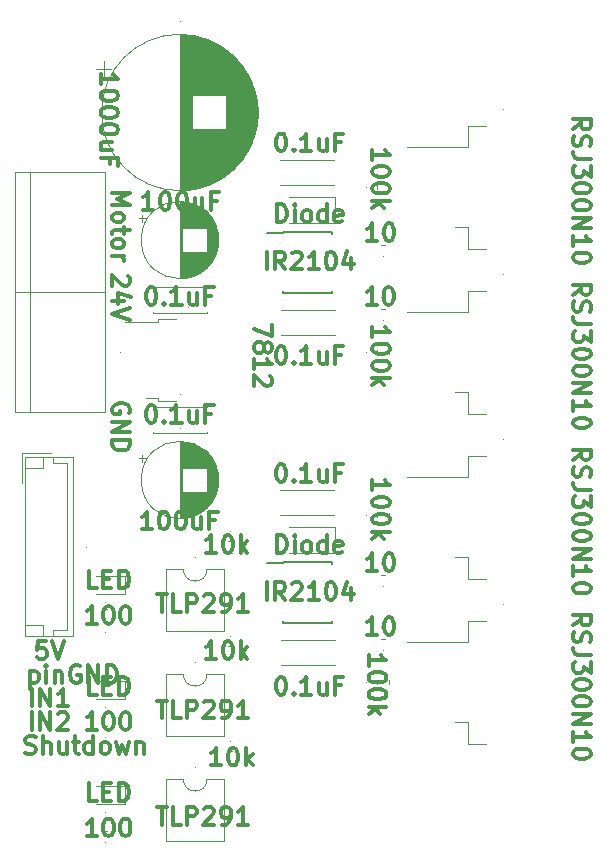
<source format=gto>
G04 #@! TF.GenerationSoftware,KiCad,Pcbnew,5.0.1-33cea8e~68~ubuntu16.04.1*
G04 #@! TF.CreationDate,2018-11-23T16:55:50+09:00*
G04 #@! TF.ProjectId,BS2103F_photo,425332313033465F70686F746F2E6B69,rev?*
G04 #@! TF.SameCoordinates,Original*
G04 #@! TF.FileFunction,Legend,Top*
G04 #@! TF.FilePolarity,Positive*
%FSLAX46Y46*%
G04 Gerber Fmt 4.6, Leading zero omitted, Abs format (unit mm)*
G04 Created by KiCad (PCBNEW 5.0.1-33cea8e~68~ubuntu16.04.1) date 2018年11月23日 16時55分50秒*
%MOMM*%
%LPD*%
G01*
G04 APERTURE LIST*
%ADD10C,0.300000*%
%ADD11C,0.120000*%
%ADD12C,0.150000*%
%ADD13C,0.100000*%
G04 APERTURE END LIST*
D10*
X146821428Y-90357142D02*
X146821428Y-91357142D01*
X145321428Y-90714285D01*
X146178571Y-92142857D02*
X146250000Y-91999999D01*
X146321428Y-91928571D01*
X146464285Y-91857142D01*
X146535714Y-91857142D01*
X146678571Y-91928571D01*
X146750000Y-91999999D01*
X146821428Y-92142857D01*
X146821428Y-92428571D01*
X146750000Y-92571428D01*
X146678571Y-92642857D01*
X146535714Y-92714285D01*
X146464285Y-92714285D01*
X146321428Y-92642857D01*
X146250000Y-92571428D01*
X146178571Y-92428571D01*
X146178571Y-92142857D01*
X146107142Y-91999999D01*
X146035714Y-91928571D01*
X145892857Y-91857142D01*
X145607142Y-91857142D01*
X145464285Y-91928571D01*
X145392857Y-91999999D01*
X145321428Y-92142857D01*
X145321428Y-92428571D01*
X145392857Y-92571428D01*
X145464285Y-92642857D01*
X145607142Y-92714285D01*
X145892857Y-92714285D01*
X146035714Y-92642857D01*
X146107142Y-92571428D01*
X146178571Y-92428571D01*
X145321428Y-94142857D02*
X145321428Y-93285714D01*
X145321428Y-93714285D02*
X146821428Y-93714285D01*
X146607142Y-93571428D01*
X146464285Y-93428571D01*
X146392857Y-93285714D01*
X146678571Y-94714285D02*
X146750000Y-94785714D01*
X146821428Y-94928571D01*
X146821428Y-95285714D01*
X146750000Y-95428571D01*
X146678571Y-95499999D01*
X146535714Y-95571428D01*
X146392857Y-95571428D01*
X146178571Y-95499999D01*
X145321428Y-94642857D01*
X145321428Y-95571428D01*
X133321428Y-79250000D02*
X134821428Y-79250000D01*
X133750000Y-79750000D01*
X134821428Y-80250000D01*
X133321428Y-80250000D01*
X133321428Y-81178571D02*
X133392857Y-81035714D01*
X133464285Y-80964285D01*
X133607142Y-80892857D01*
X134035714Y-80892857D01*
X134178571Y-80964285D01*
X134250000Y-81035714D01*
X134321428Y-81178571D01*
X134321428Y-81392857D01*
X134250000Y-81535714D01*
X134178571Y-81607142D01*
X134035714Y-81678571D01*
X133607142Y-81678571D01*
X133464285Y-81607142D01*
X133392857Y-81535714D01*
X133321428Y-81392857D01*
X133321428Y-81178571D01*
X134321428Y-82107142D02*
X134321428Y-82678571D01*
X134821428Y-82321428D02*
X133535714Y-82321428D01*
X133392857Y-82392857D01*
X133321428Y-82535714D01*
X133321428Y-82678571D01*
X133321428Y-83392857D02*
X133392857Y-83250000D01*
X133464285Y-83178571D01*
X133607142Y-83107142D01*
X134035714Y-83107142D01*
X134178571Y-83178571D01*
X134250000Y-83250000D01*
X134321428Y-83392857D01*
X134321428Y-83607142D01*
X134250000Y-83750000D01*
X134178571Y-83821428D01*
X134035714Y-83892857D01*
X133607142Y-83892857D01*
X133464285Y-83821428D01*
X133392857Y-83750000D01*
X133321428Y-83607142D01*
X133321428Y-83392857D01*
X133321428Y-84535714D02*
X134321428Y-84535714D01*
X134035714Y-84535714D02*
X134178571Y-84607142D01*
X134250000Y-84678571D01*
X134321428Y-84821428D01*
X134321428Y-84964285D01*
X136678571Y-107678571D02*
X135821428Y-107678571D01*
X136250000Y-107678571D02*
X136250000Y-106178571D01*
X136107142Y-106392857D01*
X135964285Y-106535714D01*
X135821428Y-106607142D01*
X137607142Y-106178571D02*
X137750000Y-106178571D01*
X137892857Y-106250000D01*
X137964285Y-106321428D01*
X138035714Y-106464285D01*
X138107142Y-106750000D01*
X138107142Y-107107142D01*
X138035714Y-107392857D01*
X137964285Y-107535714D01*
X137892857Y-107607142D01*
X137750000Y-107678571D01*
X137607142Y-107678571D01*
X137464285Y-107607142D01*
X137392857Y-107535714D01*
X137321428Y-107392857D01*
X137250000Y-107107142D01*
X137250000Y-106750000D01*
X137321428Y-106464285D01*
X137392857Y-106321428D01*
X137464285Y-106250000D01*
X137607142Y-106178571D01*
X139035714Y-106178571D02*
X139178571Y-106178571D01*
X139321428Y-106250000D01*
X139392857Y-106321428D01*
X139464285Y-106464285D01*
X139535714Y-106750000D01*
X139535714Y-107107142D01*
X139464285Y-107392857D01*
X139392857Y-107535714D01*
X139321428Y-107607142D01*
X139178571Y-107678571D01*
X139035714Y-107678571D01*
X138892857Y-107607142D01*
X138821428Y-107535714D01*
X138750000Y-107392857D01*
X138678571Y-107107142D01*
X138678571Y-106750000D01*
X138750000Y-106464285D01*
X138821428Y-106321428D01*
X138892857Y-106250000D01*
X139035714Y-106178571D01*
X140821428Y-106678571D02*
X140821428Y-107678571D01*
X140178571Y-106678571D02*
X140178571Y-107464285D01*
X140250000Y-107607142D01*
X140392857Y-107678571D01*
X140607142Y-107678571D01*
X140750000Y-107607142D01*
X140821428Y-107535714D01*
X142035714Y-106892857D02*
X141535714Y-106892857D01*
X141535714Y-107678571D02*
X141535714Y-106178571D01*
X142250000Y-106178571D01*
X136803571Y-80633571D02*
X135946428Y-80633571D01*
X136375000Y-80633571D02*
X136375000Y-79133571D01*
X136232142Y-79347857D01*
X136089285Y-79490714D01*
X135946428Y-79562142D01*
X137732142Y-79133571D02*
X137875000Y-79133571D01*
X138017857Y-79205000D01*
X138089285Y-79276428D01*
X138160714Y-79419285D01*
X138232142Y-79705000D01*
X138232142Y-80062142D01*
X138160714Y-80347857D01*
X138089285Y-80490714D01*
X138017857Y-80562142D01*
X137875000Y-80633571D01*
X137732142Y-80633571D01*
X137589285Y-80562142D01*
X137517857Y-80490714D01*
X137446428Y-80347857D01*
X137375000Y-80062142D01*
X137375000Y-79705000D01*
X137446428Y-79419285D01*
X137517857Y-79276428D01*
X137589285Y-79205000D01*
X137732142Y-79133571D01*
X139160714Y-79133571D02*
X139303571Y-79133571D01*
X139446428Y-79205000D01*
X139517857Y-79276428D01*
X139589285Y-79419285D01*
X139660714Y-79705000D01*
X139660714Y-80062142D01*
X139589285Y-80347857D01*
X139517857Y-80490714D01*
X139446428Y-80562142D01*
X139303571Y-80633571D01*
X139160714Y-80633571D01*
X139017857Y-80562142D01*
X138946428Y-80490714D01*
X138875000Y-80347857D01*
X138803571Y-80062142D01*
X138803571Y-79705000D01*
X138875000Y-79419285D01*
X138946428Y-79276428D01*
X139017857Y-79205000D01*
X139160714Y-79133571D01*
X140946428Y-79633571D02*
X140946428Y-80633571D01*
X140303571Y-79633571D02*
X140303571Y-80419285D01*
X140375000Y-80562142D01*
X140517857Y-80633571D01*
X140732142Y-80633571D01*
X140875000Y-80562142D01*
X140946428Y-80490714D01*
X142160714Y-79847857D02*
X141660714Y-79847857D01*
X141660714Y-80633571D02*
X141660714Y-79133571D01*
X142375000Y-79133571D01*
X125964285Y-126607142D02*
X126178571Y-126678571D01*
X126535714Y-126678571D01*
X126678571Y-126607142D01*
X126750000Y-126535714D01*
X126821428Y-126392857D01*
X126821428Y-126250000D01*
X126750000Y-126107142D01*
X126678571Y-126035714D01*
X126535714Y-125964285D01*
X126250000Y-125892857D01*
X126107142Y-125821428D01*
X126035714Y-125750000D01*
X125964285Y-125607142D01*
X125964285Y-125464285D01*
X126035714Y-125321428D01*
X126107142Y-125250000D01*
X126250000Y-125178571D01*
X126607142Y-125178571D01*
X126821428Y-125250000D01*
X127464285Y-126678571D02*
X127464285Y-125178571D01*
X128107142Y-126678571D02*
X128107142Y-125892857D01*
X128035714Y-125750000D01*
X127892857Y-125678571D01*
X127678571Y-125678571D01*
X127535714Y-125750000D01*
X127464285Y-125821428D01*
X129464285Y-125678571D02*
X129464285Y-126678571D01*
X128821428Y-125678571D02*
X128821428Y-126464285D01*
X128892857Y-126607142D01*
X129035714Y-126678571D01*
X129250000Y-126678571D01*
X129392857Y-126607142D01*
X129464285Y-126535714D01*
X129964285Y-125678571D02*
X130535714Y-125678571D01*
X130178571Y-125178571D02*
X130178571Y-126464285D01*
X130250000Y-126607142D01*
X130392857Y-126678571D01*
X130535714Y-126678571D01*
X131678571Y-126678571D02*
X131678571Y-125178571D01*
X131678571Y-126607142D02*
X131535714Y-126678571D01*
X131250000Y-126678571D01*
X131107142Y-126607142D01*
X131035714Y-126535714D01*
X130964285Y-126392857D01*
X130964285Y-125964285D01*
X131035714Y-125821428D01*
X131107142Y-125750000D01*
X131250000Y-125678571D01*
X131535714Y-125678571D01*
X131678571Y-125750000D01*
X132607142Y-126678571D02*
X132464285Y-126607142D01*
X132392857Y-126535714D01*
X132321428Y-126392857D01*
X132321428Y-125964285D01*
X132392857Y-125821428D01*
X132464285Y-125750000D01*
X132607142Y-125678571D01*
X132821428Y-125678571D01*
X132964285Y-125750000D01*
X133035714Y-125821428D01*
X133107142Y-125964285D01*
X133107142Y-126392857D01*
X133035714Y-126535714D01*
X132964285Y-126607142D01*
X132821428Y-126678571D01*
X132607142Y-126678571D01*
X133607142Y-125678571D02*
X133892857Y-126678571D01*
X134178571Y-125964285D01*
X134464285Y-126678571D01*
X134750000Y-125678571D01*
X135321428Y-125678571D02*
X135321428Y-126678571D01*
X135321428Y-125821428D02*
X135392857Y-125750000D01*
X135535714Y-125678571D01*
X135750000Y-125678571D01*
X135892857Y-125750000D01*
X135964285Y-125892857D01*
X135964285Y-126678571D01*
X126500000Y-124678571D02*
X126500000Y-123178571D01*
X127214285Y-124678571D02*
X127214285Y-123178571D01*
X128071428Y-124678571D01*
X128071428Y-123178571D01*
X128714285Y-123321428D02*
X128785714Y-123250000D01*
X128928571Y-123178571D01*
X129285714Y-123178571D01*
X129428571Y-123250000D01*
X129500000Y-123321428D01*
X129571428Y-123464285D01*
X129571428Y-123607142D01*
X129500000Y-123821428D01*
X128642857Y-124678571D01*
X129571428Y-124678571D01*
X126500000Y-122678571D02*
X126500000Y-121178571D01*
X127214285Y-122678571D02*
X127214285Y-121178571D01*
X128071428Y-122678571D01*
X128071428Y-121178571D01*
X129571428Y-122678571D02*
X128714285Y-122678571D01*
X129142857Y-122678571D02*
X129142857Y-121178571D01*
X129000000Y-121392857D01*
X128857142Y-121535714D01*
X128714285Y-121607142D01*
X127714285Y-117178571D02*
X127000000Y-117178571D01*
X126928571Y-117892857D01*
X127000000Y-117821428D01*
X127142857Y-117750000D01*
X127500000Y-117750000D01*
X127642857Y-117821428D01*
X127714285Y-117892857D01*
X127785714Y-118035714D01*
X127785714Y-118392857D01*
X127714285Y-118535714D01*
X127642857Y-118607142D01*
X127500000Y-118678571D01*
X127142857Y-118678571D01*
X127000000Y-118607142D01*
X126928571Y-118535714D01*
X128214285Y-117178571D02*
X128714285Y-118678571D01*
X129214285Y-117178571D01*
X126357142Y-119678571D02*
X126357142Y-121178571D01*
X126357142Y-119750000D02*
X126500000Y-119678571D01*
X126785714Y-119678571D01*
X126928571Y-119750000D01*
X127000000Y-119821428D01*
X127071428Y-119964285D01*
X127071428Y-120392857D01*
X127000000Y-120535714D01*
X126928571Y-120607142D01*
X126785714Y-120678571D01*
X126500000Y-120678571D01*
X126357142Y-120607142D01*
X127714285Y-120678571D02*
X127714285Y-119678571D01*
X127714285Y-119178571D02*
X127642857Y-119250000D01*
X127714285Y-119321428D01*
X127785714Y-119250000D01*
X127714285Y-119178571D01*
X127714285Y-119321428D01*
X128428571Y-119678571D02*
X128428571Y-120678571D01*
X128428571Y-119821428D02*
X128500000Y-119750000D01*
X128642857Y-119678571D01*
X128857142Y-119678571D01*
X129000000Y-119750000D01*
X129071428Y-119892857D01*
X129071428Y-120678571D01*
X130571428Y-119250000D02*
X130428571Y-119178571D01*
X130214285Y-119178571D01*
X130000000Y-119250000D01*
X129857142Y-119392857D01*
X129785714Y-119535714D01*
X129714285Y-119821428D01*
X129714285Y-120035714D01*
X129785714Y-120321428D01*
X129857142Y-120464285D01*
X130000000Y-120607142D01*
X130214285Y-120678571D01*
X130357142Y-120678571D01*
X130571428Y-120607142D01*
X130642857Y-120535714D01*
X130642857Y-120035714D01*
X130357142Y-120035714D01*
X131285714Y-120678571D02*
X131285714Y-119178571D01*
X132142857Y-120678571D01*
X132142857Y-119178571D01*
X132857142Y-120678571D02*
X132857142Y-119178571D01*
X133214285Y-119178571D01*
X133428571Y-119250000D01*
X133571428Y-119392857D01*
X133642857Y-119535714D01*
X133714285Y-119821428D01*
X133714285Y-120035714D01*
X133642857Y-120321428D01*
X133571428Y-120464285D01*
X133428571Y-120607142D01*
X133214285Y-120678571D01*
X132857142Y-120678571D01*
X132035714Y-130678571D02*
X131321428Y-130678571D01*
X131321428Y-129178571D01*
X132535714Y-129892857D02*
X133035714Y-129892857D01*
X133250000Y-130678571D02*
X132535714Y-130678571D01*
X132535714Y-129178571D01*
X133250000Y-129178571D01*
X133892857Y-130678571D02*
X133892857Y-129178571D01*
X134250000Y-129178571D01*
X134464285Y-129250000D01*
X134607142Y-129392857D01*
X134678571Y-129535714D01*
X134750000Y-129821428D01*
X134750000Y-130035714D01*
X134678571Y-130321428D01*
X134607142Y-130464285D01*
X134464285Y-130607142D01*
X134250000Y-130678571D01*
X133892857Y-130678571D01*
X132035714Y-112678571D02*
X131321428Y-112678571D01*
X131321428Y-111178571D01*
X132535714Y-111892857D02*
X133035714Y-111892857D01*
X133250000Y-112678571D02*
X132535714Y-112678571D01*
X132535714Y-111178571D01*
X133250000Y-111178571D01*
X133892857Y-112678571D02*
X133892857Y-111178571D01*
X134250000Y-111178571D01*
X134464285Y-111250000D01*
X134607142Y-111392857D01*
X134678571Y-111535714D01*
X134750000Y-111821428D01*
X134750000Y-112035714D01*
X134678571Y-112321428D01*
X134607142Y-112464285D01*
X134464285Y-112607142D01*
X134250000Y-112678571D01*
X133892857Y-112678571D01*
X132035714Y-121678571D02*
X131321428Y-121678571D01*
X131321428Y-120178571D01*
X132535714Y-120892857D02*
X133035714Y-120892857D01*
X133250000Y-121678571D02*
X132535714Y-121678571D01*
X132535714Y-120178571D01*
X133250000Y-120178571D01*
X133892857Y-121678571D02*
X133892857Y-120178571D01*
X134250000Y-120178571D01*
X134464285Y-120250000D01*
X134607142Y-120392857D01*
X134678571Y-120535714D01*
X134750000Y-120821428D01*
X134750000Y-121035714D01*
X134678571Y-121321428D01*
X134607142Y-121464285D01*
X134464285Y-121607142D01*
X134250000Y-121678571D01*
X133892857Y-121678571D01*
X142548409Y-127678571D02*
X141691267Y-127678571D01*
X142119838Y-127678571D02*
X142119838Y-126178571D01*
X141976981Y-126392857D01*
X141834124Y-126535714D01*
X141691267Y-126607142D01*
X143476981Y-126178571D02*
X143619838Y-126178571D01*
X143762695Y-126250000D01*
X143834124Y-126321428D01*
X143905552Y-126464285D01*
X143976981Y-126750000D01*
X143976981Y-127107142D01*
X143905552Y-127392857D01*
X143834124Y-127535714D01*
X143762695Y-127607142D01*
X143619838Y-127678571D01*
X143476981Y-127678571D01*
X143334124Y-127607142D01*
X143262695Y-127535714D01*
X143191267Y-127392857D01*
X143119838Y-127107142D01*
X143119838Y-126750000D01*
X143191267Y-126464285D01*
X143262695Y-126321428D01*
X143334124Y-126250000D01*
X143476981Y-126178571D01*
X144619838Y-127678571D02*
X144619838Y-126178571D01*
X144762695Y-127107142D02*
X145191267Y-127678571D01*
X145191267Y-126678571D02*
X144619838Y-127250000D01*
X142107142Y-118678571D02*
X141250000Y-118678571D01*
X141678571Y-118678571D02*
X141678571Y-117178571D01*
X141535714Y-117392857D01*
X141392857Y-117535714D01*
X141250000Y-117607142D01*
X143035714Y-117178571D02*
X143178571Y-117178571D01*
X143321428Y-117250000D01*
X143392857Y-117321428D01*
X143464285Y-117464285D01*
X143535714Y-117750000D01*
X143535714Y-118107142D01*
X143464285Y-118392857D01*
X143392857Y-118535714D01*
X143321428Y-118607142D01*
X143178571Y-118678571D01*
X143035714Y-118678571D01*
X142892857Y-118607142D01*
X142821428Y-118535714D01*
X142750000Y-118392857D01*
X142678571Y-118107142D01*
X142678571Y-117750000D01*
X142750000Y-117464285D01*
X142821428Y-117321428D01*
X142892857Y-117250000D01*
X143035714Y-117178571D01*
X144178571Y-118678571D02*
X144178571Y-117178571D01*
X144321428Y-118107142D02*
X144750000Y-118678571D01*
X144750000Y-117678571D02*
X144178571Y-118250000D01*
X142107142Y-109678571D02*
X141250000Y-109678571D01*
X141678571Y-109678571D02*
X141678571Y-108178571D01*
X141535714Y-108392857D01*
X141392857Y-108535714D01*
X141250000Y-108607142D01*
X143035714Y-108178571D02*
X143178571Y-108178571D01*
X143321428Y-108250000D01*
X143392857Y-108321428D01*
X143464285Y-108464285D01*
X143535714Y-108750000D01*
X143535714Y-109107142D01*
X143464285Y-109392857D01*
X143392857Y-109535714D01*
X143321428Y-109607142D01*
X143178571Y-109678571D01*
X143035714Y-109678571D01*
X142892857Y-109607142D01*
X142821428Y-109535714D01*
X142750000Y-109392857D01*
X142678571Y-109107142D01*
X142678571Y-108750000D01*
X142750000Y-108464285D01*
X142821428Y-108321428D01*
X142892857Y-108250000D01*
X143035714Y-108178571D01*
X144178571Y-109678571D02*
X144178571Y-108178571D01*
X144321428Y-109107142D02*
X144750000Y-109678571D01*
X144750000Y-108678571D02*
X144178571Y-109250000D01*
X147250000Y-81678571D02*
X147250000Y-80178571D01*
X147607142Y-80178571D01*
X147821428Y-80250000D01*
X147964285Y-80392857D01*
X148035714Y-80535714D01*
X148107142Y-80821428D01*
X148107142Y-81035714D01*
X148035714Y-81321428D01*
X147964285Y-81464285D01*
X147821428Y-81607142D01*
X147607142Y-81678571D01*
X147250000Y-81678571D01*
X148750000Y-81678571D02*
X148750000Y-80678571D01*
X148750000Y-80178571D02*
X148678571Y-80250000D01*
X148750000Y-80321428D01*
X148821428Y-80250000D01*
X148750000Y-80178571D01*
X148750000Y-80321428D01*
X149678571Y-81678571D02*
X149535714Y-81607142D01*
X149464285Y-81535714D01*
X149392857Y-81392857D01*
X149392857Y-80964285D01*
X149464285Y-80821428D01*
X149535714Y-80750000D01*
X149678571Y-80678571D01*
X149892857Y-80678571D01*
X150035714Y-80750000D01*
X150107142Y-80821428D01*
X150178571Y-80964285D01*
X150178571Y-81392857D01*
X150107142Y-81535714D01*
X150035714Y-81607142D01*
X149892857Y-81678571D01*
X149678571Y-81678571D01*
X151464285Y-81678571D02*
X151464285Y-80178571D01*
X151464285Y-81607142D02*
X151321428Y-81678571D01*
X151035714Y-81678571D01*
X150892857Y-81607142D01*
X150821428Y-81535714D01*
X150750000Y-81392857D01*
X150750000Y-80964285D01*
X150821428Y-80821428D01*
X150892857Y-80750000D01*
X151035714Y-80678571D01*
X151321428Y-80678571D01*
X151464285Y-80750000D01*
X152750000Y-81607142D02*
X152607142Y-81678571D01*
X152321428Y-81678571D01*
X152178571Y-81607142D01*
X152107142Y-81464285D01*
X152107142Y-80892857D01*
X152178571Y-80750000D01*
X152321428Y-80678571D01*
X152607142Y-80678571D01*
X152750000Y-80750000D01*
X152821428Y-80892857D01*
X152821428Y-81035714D01*
X152107142Y-81178571D01*
X147250000Y-109678571D02*
X147250000Y-108178571D01*
X147607142Y-108178571D01*
X147821428Y-108250000D01*
X147964285Y-108392857D01*
X148035714Y-108535714D01*
X148107142Y-108821428D01*
X148107142Y-109035714D01*
X148035714Y-109321428D01*
X147964285Y-109464285D01*
X147821428Y-109607142D01*
X147607142Y-109678571D01*
X147250000Y-109678571D01*
X148750000Y-109678571D02*
X148750000Y-108678571D01*
X148750000Y-108178571D02*
X148678571Y-108250000D01*
X148750000Y-108321428D01*
X148821428Y-108250000D01*
X148750000Y-108178571D01*
X148750000Y-108321428D01*
X149678571Y-109678571D02*
X149535714Y-109607142D01*
X149464285Y-109535714D01*
X149392857Y-109392857D01*
X149392857Y-108964285D01*
X149464285Y-108821428D01*
X149535714Y-108750000D01*
X149678571Y-108678571D01*
X149892857Y-108678571D01*
X150035714Y-108750000D01*
X150107142Y-108821428D01*
X150178571Y-108964285D01*
X150178571Y-109392857D01*
X150107142Y-109535714D01*
X150035714Y-109607142D01*
X149892857Y-109678571D01*
X149678571Y-109678571D01*
X151464285Y-109678571D02*
X151464285Y-108178571D01*
X151464285Y-109607142D02*
X151321428Y-109678571D01*
X151035714Y-109678571D01*
X150892857Y-109607142D01*
X150821428Y-109535714D01*
X150750000Y-109392857D01*
X150750000Y-108964285D01*
X150821428Y-108821428D01*
X150892857Y-108750000D01*
X151035714Y-108678571D01*
X151321428Y-108678571D01*
X151464285Y-108750000D01*
X152750000Y-109607142D02*
X152607142Y-109678571D01*
X152321428Y-109678571D01*
X152178571Y-109607142D01*
X152107142Y-109464285D01*
X152107142Y-108892857D01*
X152178571Y-108750000D01*
X152321428Y-108678571D01*
X152607142Y-108678571D01*
X152750000Y-108750000D01*
X152821428Y-108892857D01*
X152821428Y-109035714D01*
X152107142Y-109178571D01*
X155753018Y-116627571D02*
X154895875Y-116627571D01*
X155324447Y-116627571D02*
X155324447Y-115127571D01*
X155181590Y-115341857D01*
X155038733Y-115484714D01*
X154895875Y-115556142D01*
X156681590Y-115127571D02*
X156824447Y-115127571D01*
X156967304Y-115199000D01*
X157038733Y-115270428D01*
X157110161Y-115413285D01*
X157181590Y-115699000D01*
X157181590Y-116056142D01*
X157110161Y-116341857D01*
X157038733Y-116484714D01*
X156967304Y-116556142D01*
X156824447Y-116627571D01*
X156681590Y-116627571D01*
X156538733Y-116556142D01*
X156467304Y-116484714D01*
X156395875Y-116341857D01*
X156324447Y-116056142D01*
X156324447Y-115699000D01*
X156395875Y-115413285D01*
X156467304Y-115270428D01*
X156538733Y-115199000D01*
X156681590Y-115127571D01*
X155753018Y-111230571D02*
X154895875Y-111230571D01*
X155324447Y-111230571D02*
X155324447Y-109730571D01*
X155181590Y-109944857D01*
X155038733Y-110087714D01*
X154895875Y-110159142D01*
X156681590Y-109730571D02*
X156824447Y-109730571D01*
X156967304Y-109802000D01*
X157038733Y-109873428D01*
X157110161Y-110016285D01*
X157181590Y-110302000D01*
X157181590Y-110659142D01*
X157110161Y-110944857D01*
X157038733Y-111087714D01*
X156967304Y-111159142D01*
X156824447Y-111230571D01*
X156681590Y-111230571D01*
X156538733Y-111159142D01*
X156467304Y-111087714D01*
X156395875Y-110944857D01*
X156324447Y-110659142D01*
X156324447Y-110302000D01*
X156395875Y-110016285D01*
X156467304Y-109873428D01*
X156538733Y-109802000D01*
X156681590Y-109730571D01*
X155714285Y-88678571D02*
X154857142Y-88678571D01*
X155285714Y-88678571D02*
X155285714Y-87178571D01*
X155142857Y-87392857D01*
X155000000Y-87535714D01*
X154857142Y-87607142D01*
X156642857Y-87178571D02*
X156785714Y-87178571D01*
X156928571Y-87250000D01*
X157000000Y-87321428D01*
X157071428Y-87464285D01*
X157142857Y-87750000D01*
X157142857Y-88107142D01*
X157071428Y-88392857D01*
X157000000Y-88535714D01*
X156928571Y-88607142D01*
X156785714Y-88678571D01*
X156642857Y-88678571D01*
X156500000Y-88607142D01*
X156428571Y-88535714D01*
X156357142Y-88392857D01*
X156285714Y-88107142D01*
X156285714Y-87750000D01*
X156357142Y-87464285D01*
X156428571Y-87321428D01*
X156500000Y-87250000D01*
X156642857Y-87178571D01*
X155753018Y-83290071D02*
X154895875Y-83290071D01*
X155324447Y-83290071D02*
X155324447Y-81790071D01*
X155181590Y-82004357D01*
X155038733Y-82147214D01*
X154895875Y-82218642D01*
X156681590Y-81790071D02*
X156824447Y-81790071D01*
X156967304Y-81861500D01*
X157038733Y-81932928D01*
X157110161Y-82075785D01*
X157181590Y-82361500D01*
X157181590Y-82718642D01*
X157110161Y-83004357D01*
X157038733Y-83147214D01*
X156967304Y-83218642D01*
X156824447Y-83290071D01*
X156681590Y-83290071D01*
X156538733Y-83218642D01*
X156467304Y-83147214D01*
X156395875Y-83004357D01*
X156324447Y-82718642D01*
X156324447Y-82361500D01*
X156395875Y-82075785D01*
X156467304Y-81932928D01*
X156538733Y-81861500D01*
X156681590Y-81790071D01*
X155021428Y-119214124D02*
X155021428Y-118356981D01*
X155021428Y-118785552D02*
X156521428Y-118785552D01*
X156307142Y-118642695D01*
X156164285Y-118499838D01*
X156092857Y-118356981D01*
X156521428Y-120142695D02*
X156521428Y-120285552D01*
X156450000Y-120428409D01*
X156378571Y-120499838D01*
X156235714Y-120571267D01*
X155950000Y-120642695D01*
X155592857Y-120642695D01*
X155307142Y-120571267D01*
X155164285Y-120499838D01*
X155092857Y-120428409D01*
X155021428Y-120285552D01*
X155021428Y-120142695D01*
X155092857Y-119999838D01*
X155164285Y-119928409D01*
X155307142Y-119856981D01*
X155592857Y-119785552D01*
X155950000Y-119785552D01*
X156235714Y-119856981D01*
X156378571Y-119928409D01*
X156450000Y-119999838D01*
X156521428Y-120142695D01*
X156521428Y-121571267D02*
X156521428Y-121714124D01*
X156450000Y-121856981D01*
X156378571Y-121928409D01*
X156235714Y-121999838D01*
X155950000Y-122071267D01*
X155592857Y-122071267D01*
X155307142Y-121999838D01*
X155164285Y-121928409D01*
X155092857Y-121856981D01*
X155021428Y-121714124D01*
X155021428Y-121571267D01*
X155092857Y-121428409D01*
X155164285Y-121356981D01*
X155307142Y-121285552D01*
X155592857Y-121214124D01*
X155950000Y-121214124D01*
X156235714Y-121285552D01*
X156378571Y-121356981D01*
X156450000Y-121428409D01*
X156521428Y-121571267D01*
X155021428Y-122714124D02*
X156521428Y-122714124D01*
X155592857Y-122856981D02*
X155021428Y-123285552D01*
X156021428Y-123285552D02*
X155450000Y-122714124D01*
X155321428Y-104392857D02*
X155321428Y-103535714D01*
X155321428Y-103964285D02*
X156821428Y-103964285D01*
X156607142Y-103821428D01*
X156464285Y-103678571D01*
X156392857Y-103535714D01*
X156821428Y-105321428D02*
X156821428Y-105464285D01*
X156750000Y-105607142D01*
X156678571Y-105678571D01*
X156535714Y-105750000D01*
X156250000Y-105821428D01*
X155892857Y-105821428D01*
X155607142Y-105750000D01*
X155464285Y-105678571D01*
X155392857Y-105607142D01*
X155321428Y-105464285D01*
X155321428Y-105321428D01*
X155392857Y-105178571D01*
X155464285Y-105107142D01*
X155607142Y-105035714D01*
X155892857Y-104964285D01*
X156250000Y-104964285D01*
X156535714Y-105035714D01*
X156678571Y-105107142D01*
X156750000Y-105178571D01*
X156821428Y-105321428D01*
X156821428Y-106750000D02*
X156821428Y-106892857D01*
X156750000Y-107035714D01*
X156678571Y-107107142D01*
X156535714Y-107178571D01*
X156250000Y-107250000D01*
X155892857Y-107250000D01*
X155607142Y-107178571D01*
X155464285Y-107107142D01*
X155392857Y-107035714D01*
X155321428Y-106892857D01*
X155321428Y-106750000D01*
X155392857Y-106607142D01*
X155464285Y-106535714D01*
X155607142Y-106464285D01*
X155892857Y-106392857D01*
X156250000Y-106392857D01*
X156535714Y-106464285D01*
X156678571Y-106535714D01*
X156750000Y-106607142D01*
X156821428Y-106750000D01*
X155321428Y-107892857D02*
X156821428Y-107892857D01*
X155892857Y-108035714D02*
X155321428Y-108464285D01*
X156321428Y-108464285D02*
X155750000Y-107892857D01*
X155321428Y-76392857D02*
X155321428Y-75535714D01*
X155321428Y-75964285D02*
X156821428Y-75964285D01*
X156607142Y-75821428D01*
X156464285Y-75678571D01*
X156392857Y-75535714D01*
X156821428Y-77321428D02*
X156821428Y-77464285D01*
X156750000Y-77607142D01*
X156678571Y-77678571D01*
X156535714Y-77750000D01*
X156250000Y-77821428D01*
X155892857Y-77821428D01*
X155607142Y-77750000D01*
X155464285Y-77678571D01*
X155392857Y-77607142D01*
X155321428Y-77464285D01*
X155321428Y-77321428D01*
X155392857Y-77178571D01*
X155464285Y-77107142D01*
X155607142Y-77035714D01*
X155892857Y-76964285D01*
X156250000Y-76964285D01*
X156535714Y-77035714D01*
X156678571Y-77107142D01*
X156750000Y-77178571D01*
X156821428Y-77321428D01*
X156821428Y-78750000D02*
X156821428Y-78892857D01*
X156750000Y-79035714D01*
X156678571Y-79107142D01*
X156535714Y-79178571D01*
X156250000Y-79250000D01*
X155892857Y-79250000D01*
X155607142Y-79178571D01*
X155464285Y-79107142D01*
X155392857Y-79035714D01*
X155321428Y-78892857D01*
X155321428Y-78750000D01*
X155392857Y-78607142D01*
X155464285Y-78535714D01*
X155607142Y-78464285D01*
X155892857Y-78392857D01*
X156250000Y-78392857D01*
X156535714Y-78464285D01*
X156678571Y-78535714D01*
X156750000Y-78607142D01*
X156821428Y-78750000D01*
X155321428Y-79892857D02*
X156821428Y-79892857D01*
X155892857Y-80035714D02*
X155321428Y-80464285D01*
X156321428Y-80464285D02*
X155750000Y-79892857D01*
X155321428Y-91392857D02*
X155321428Y-90535714D01*
X155321428Y-90964285D02*
X156821428Y-90964285D01*
X156607142Y-90821428D01*
X156464285Y-90678571D01*
X156392857Y-90535714D01*
X156821428Y-92321428D02*
X156821428Y-92464285D01*
X156750000Y-92607142D01*
X156678571Y-92678571D01*
X156535714Y-92750000D01*
X156250000Y-92821428D01*
X155892857Y-92821428D01*
X155607142Y-92750000D01*
X155464285Y-92678571D01*
X155392857Y-92607142D01*
X155321428Y-92464285D01*
X155321428Y-92321428D01*
X155392857Y-92178571D01*
X155464285Y-92107142D01*
X155607142Y-92035714D01*
X155892857Y-91964285D01*
X156250000Y-91964285D01*
X156535714Y-92035714D01*
X156678571Y-92107142D01*
X156750000Y-92178571D01*
X156821428Y-92321428D01*
X156821428Y-93750000D02*
X156821428Y-93892857D01*
X156750000Y-94035714D01*
X156678571Y-94107142D01*
X156535714Y-94178571D01*
X156250000Y-94250000D01*
X155892857Y-94250000D01*
X155607142Y-94178571D01*
X155464285Y-94107142D01*
X155392857Y-94035714D01*
X155321428Y-93892857D01*
X155321428Y-93750000D01*
X155392857Y-93607142D01*
X155464285Y-93535714D01*
X155607142Y-93464285D01*
X155892857Y-93392857D01*
X156250000Y-93392857D01*
X156535714Y-93464285D01*
X156678571Y-93535714D01*
X156750000Y-93607142D01*
X156821428Y-93750000D01*
X155321428Y-94892857D02*
X156821428Y-94892857D01*
X155892857Y-95035714D02*
X155321428Y-95464285D01*
X156321428Y-95464285D02*
X155750000Y-94892857D01*
X146392857Y-113678571D02*
X146392857Y-112178571D01*
X147964285Y-113678571D02*
X147464285Y-112964285D01*
X147107142Y-113678571D02*
X147107142Y-112178571D01*
X147678571Y-112178571D01*
X147821428Y-112250000D01*
X147892857Y-112321428D01*
X147964285Y-112464285D01*
X147964285Y-112678571D01*
X147892857Y-112821428D01*
X147821428Y-112892857D01*
X147678571Y-112964285D01*
X147107142Y-112964285D01*
X148535714Y-112321428D02*
X148607142Y-112250000D01*
X148750000Y-112178571D01*
X149107142Y-112178571D01*
X149250000Y-112250000D01*
X149321428Y-112321428D01*
X149392857Y-112464285D01*
X149392857Y-112607142D01*
X149321428Y-112821428D01*
X148464285Y-113678571D01*
X149392857Y-113678571D01*
X150821428Y-113678571D02*
X149964285Y-113678571D01*
X150392857Y-113678571D02*
X150392857Y-112178571D01*
X150250000Y-112392857D01*
X150107142Y-112535714D01*
X149964285Y-112607142D01*
X151750000Y-112178571D02*
X151892857Y-112178571D01*
X152035714Y-112250000D01*
X152107142Y-112321428D01*
X152178571Y-112464285D01*
X152250000Y-112750000D01*
X152250000Y-113107142D01*
X152178571Y-113392857D01*
X152107142Y-113535714D01*
X152035714Y-113607142D01*
X151892857Y-113678571D01*
X151750000Y-113678571D01*
X151607142Y-113607142D01*
X151535714Y-113535714D01*
X151464285Y-113392857D01*
X151392857Y-113107142D01*
X151392857Y-112750000D01*
X151464285Y-112464285D01*
X151535714Y-112321428D01*
X151607142Y-112250000D01*
X151750000Y-112178571D01*
X153535714Y-112678571D02*
X153535714Y-113678571D01*
X153178571Y-112107142D02*
X152821428Y-113178571D01*
X153750000Y-113178571D01*
X146392857Y-85678571D02*
X146392857Y-84178571D01*
X147964285Y-85678571D02*
X147464285Y-84964285D01*
X147107142Y-85678571D02*
X147107142Y-84178571D01*
X147678571Y-84178571D01*
X147821428Y-84250000D01*
X147892857Y-84321428D01*
X147964285Y-84464285D01*
X147964285Y-84678571D01*
X147892857Y-84821428D01*
X147821428Y-84892857D01*
X147678571Y-84964285D01*
X147107142Y-84964285D01*
X148535714Y-84321428D02*
X148607142Y-84250000D01*
X148750000Y-84178571D01*
X149107142Y-84178571D01*
X149250000Y-84250000D01*
X149321428Y-84321428D01*
X149392857Y-84464285D01*
X149392857Y-84607142D01*
X149321428Y-84821428D01*
X148464285Y-85678571D01*
X149392857Y-85678571D01*
X150821428Y-85678571D02*
X149964285Y-85678571D01*
X150392857Y-85678571D02*
X150392857Y-84178571D01*
X150250000Y-84392857D01*
X150107142Y-84535714D01*
X149964285Y-84607142D01*
X151750000Y-84178571D02*
X151892857Y-84178571D01*
X152035714Y-84250000D01*
X152107142Y-84321428D01*
X152178571Y-84464285D01*
X152250000Y-84750000D01*
X152250000Y-85107142D01*
X152178571Y-85392857D01*
X152107142Y-85535714D01*
X152035714Y-85607142D01*
X151892857Y-85678571D01*
X151750000Y-85678571D01*
X151607142Y-85607142D01*
X151535714Y-85535714D01*
X151464285Y-85392857D01*
X151392857Y-85107142D01*
X151392857Y-84750000D01*
X151464285Y-84464285D01*
X151535714Y-84321428D01*
X151607142Y-84250000D01*
X151750000Y-84178571D01*
X153535714Y-84678571D02*
X153535714Y-85678571D01*
X153178571Y-84107142D02*
X152821428Y-85178571D01*
X153750000Y-85178571D01*
X137071428Y-131178571D02*
X137928571Y-131178571D01*
X137500000Y-132678571D02*
X137500000Y-131178571D01*
X139142857Y-132678571D02*
X138428571Y-132678571D01*
X138428571Y-131178571D01*
X139642857Y-132678571D02*
X139642857Y-131178571D01*
X140214285Y-131178571D01*
X140357142Y-131250000D01*
X140428571Y-131321428D01*
X140500000Y-131464285D01*
X140500000Y-131678571D01*
X140428571Y-131821428D01*
X140357142Y-131892857D01*
X140214285Y-131964285D01*
X139642857Y-131964285D01*
X141071428Y-131321428D02*
X141142857Y-131250000D01*
X141285714Y-131178571D01*
X141642857Y-131178571D01*
X141785714Y-131250000D01*
X141857142Y-131321428D01*
X141928571Y-131464285D01*
X141928571Y-131607142D01*
X141857142Y-131821428D01*
X141000000Y-132678571D01*
X141928571Y-132678571D01*
X142642857Y-132678571D02*
X142928571Y-132678571D01*
X143071428Y-132607142D01*
X143142857Y-132535714D01*
X143285714Y-132321428D01*
X143357142Y-132035714D01*
X143357142Y-131464285D01*
X143285714Y-131321428D01*
X143214285Y-131250000D01*
X143071428Y-131178571D01*
X142785714Y-131178571D01*
X142642857Y-131250000D01*
X142571428Y-131321428D01*
X142500000Y-131464285D01*
X142500000Y-131821428D01*
X142571428Y-131964285D01*
X142642857Y-132035714D01*
X142785714Y-132107142D01*
X143071428Y-132107142D01*
X143214285Y-132035714D01*
X143285714Y-131964285D01*
X143357142Y-131821428D01*
X144785714Y-132678571D02*
X143928571Y-132678571D01*
X144357142Y-132678571D02*
X144357142Y-131178571D01*
X144214285Y-131392857D01*
X144071428Y-131535714D01*
X143928571Y-131607142D01*
X137071428Y-122178571D02*
X137928571Y-122178571D01*
X137500000Y-123678571D02*
X137500000Y-122178571D01*
X139142857Y-123678571D02*
X138428571Y-123678571D01*
X138428571Y-122178571D01*
X139642857Y-123678571D02*
X139642857Y-122178571D01*
X140214285Y-122178571D01*
X140357142Y-122250000D01*
X140428571Y-122321428D01*
X140500000Y-122464285D01*
X140500000Y-122678571D01*
X140428571Y-122821428D01*
X140357142Y-122892857D01*
X140214285Y-122964285D01*
X139642857Y-122964285D01*
X141071428Y-122321428D02*
X141142857Y-122250000D01*
X141285714Y-122178571D01*
X141642857Y-122178571D01*
X141785714Y-122250000D01*
X141857142Y-122321428D01*
X141928571Y-122464285D01*
X141928571Y-122607142D01*
X141857142Y-122821428D01*
X141000000Y-123678571D01*
X141928571Y-123678571D01*
X142642857Y-123678571D02*
X142928571Y-123678571D01*
X143071428Y-123607142D01*
X143142857Y-123535714D01*
X143285714Y-123321428D01*
X143357142Y-123035714D01*
X143357142Y-122464285D01*
X143285714Y-122321428D01*
X143214285Y-122250000D01*
X143071428Y-122178571D01*
X142785714Y-122178571D01*
X142642857Y-122250000D01*
X142571428Y-122321428D01*
X142500000Y-122464285D01*
X142500000Y-122821428D01*
X142571428Y-122964285D01*
X142642857Y-123035714D01*
X142785714Y-123107142D01*
X143071428Y-123107142D01*
X143214285Y-123035714D01*
X143285714Y-122964285D01*
X143357142Y-122821428D01*
X144785714Y-123678571D02*
X143928571Y-123678571D01*
X144357142Y-123678571D02*
X144357142Y-122178571D01*
X144214285Y-122392857D01*
X144071428Y-122535714D01*
X143928571Y-122607142D01*
X137071428Y-113178571D02*
X137928571Y-113178571D01*
X137500000Y-114678571D02*
X137500000Y-113178571D01*
X139142857Y-114678571D02*
X138428571Y-114678571D01*
X138428571Y-113178571D01*
X139642857Y-114678571D02*
X139642857Y-113178571D01*
X140214285Y-113178571D01*
X140357142Y-113250000D01*
X140428571Y-113321428D01*
X140500000Y-113464285D01*
X140500000Y-113678571D01*
X140428571Y-113821428D01*
X140357142Y-113892857D01*
X140214285Y-113964285D01*
X139642857Y-113964285D01*
X141071428Y-113321428D02*
X141142857Y-113250000D01*
X141285714Y-113178571D01*
X141642857Y-113178571D01*
X141785714Y-113250000D01*
X141857142Y-113321428D01*
X141928571Y-113464285D01*
X141928571Y-113607142D01*
X141857142Y-113821428D01*
X141000000Y-114678571D01*
X141928571Y-114678571D01*
X142642857Y-114678571D02*
X142928571Y-114678571D01*
X143071428Y-114607142D01*
X143142857Y-114535714D01*
X143285714Y-114321428D01*
X143357142Y-114035714D01*
X143357142Y-113464285D01*
X143285714Y-113321428D01*
X143214285Y-113250000D01*
X143071428Y-113178571D01*
X142785714Y-113178571D01*
X142642857Y-113250000D01*
X142571428Y-113321428D01*
X142500000Y-113464285D01*
X142500000Y-113821428D01*
X142571428Y-113964285D01*
X142642857Y-114035714D01*
X142785714Y-114107142D01*
X143071428Y-114107142D01*
X143214285Y-114035714D01*
X143285714Y-113964285D01*
X143357142Y-113821428D01*
X144785714Y-114678571D02*
X143928571Y-114678571D01*
X144357142Y-114678571D02*
X144357142Y-113178571D01*
X144214285Y-113392857D01*
X144071428Y-113535714D01*
X143928571Y-113607142D01*
X147535714Y-74178571D02*
X147678571Y-74178571D01*
X147821428Y-74250000D01*
X147892857Y-74321428D01*
X147964285Y-74464285D01*
X148035714Y-74750000D01*
X148035714Y-75107142D01*
X147964285Y-75392857D01*
X147892857Y-75535714D01*
X147821428Y-75607142D01*
X147678571Y-75678571D01*
X147535714Y-75678571D01*
X147392857Y-75607142D01*
X147321428Y-75535714D01*
X147250000Y-75392857D01*
X147178571Y-75107142D01*
X147178571Y-74750000D01*
X147250000Y-74464285D01*
X147321428Y-74321428D01*
X147392857Y-74250000D01*
X147535714Y-74178571D01*
X148678571Y-75535714D02*
X148750000Y-75607142D01*
X148678571Y-75678571D01*
X148607142Y-75607142D01*
X148678571Y-75535714D01*
X148678571Y-75678571D01*
X150178571Y-75678571D02*
X149321428Y-75678571D01*
X149750000Y-75678571D02*
X149750000Y-74178571D01*
X149607142Y-74392857D01*
X149464285Y-74535714D01*
X149321428Y-74607142D01*
X151464285Y-74678571D02*
X151464285Y-75678571D01*
X150821428Y-74678571D02*
X150821428Y-75464285D01*
X150892857Y-75607142D01*
X151035714Y-75678571D01*
X151250000Y-75678571D01*
X151392857Y-75607142D01*
X151464285Y-75535714D01*
X152678571Y-74892857D02*
X152178571Y-74892857D01*
X152178571Y-75678571D02*
X152178571Y-74178571D01*
X152892857Y-74178571D01*
X136535714Y-87178571D02*
X136678571Y-87178571D01*
X136821428Y-87250000D01*
X136892857Y-87321428D01*
X136964285Y-87464285D01*
X137035714Y-87750000D01*
X137035714Y-88107142D01*
X136964285Y-88392857D01*
X136892857Y-88535714D01*
X136821428Y-88607142D01*
X136678571Y-88678571D01*
X136535714Y-88678571D01*
X136392857Y-88607142D01*
X136321428Y-88535714D01*
X136250000Y-88392857D01*
X136178571Y-88107142D01*
X136178571Y-87750000D01*
X136250000Y-87464285D01*
X136321428Y-87321428D01*
X136392857Y-87250000D01*
X136535714Y-87178571D01*
X137678571Y-88535714D02*
X137750000Y-88607142D01*
X137678571Y-88678571D01*
X137607142Y-88607142D01*
X137678571Y-88535714D01*
X137678571Y-88678571D01*
X139178571Y-88678571D02*
X138321428Y-88678571D01*
X138750000Y-88678571D02*
X138750000Y-87178571D01*
X138607142Y-87392857D01*
X138464285Y-87535714D01*
X138321428Y-87607142D01*
X140464285Y-87678571D02*
X140464285Y-88678571D01*
X139821428Y-87678571D02*
X139821428Y-88464285D01*
X139892857Y-88607142D01*
X140035714Y-88678571D01*
X140250000Y-88678571D01*
X140392857Y-88607142D01*
X140464285Y-88535714D01*
X141678571Y-87892857D02*
X141178571Y-87892857D01*
X141178571Y-88678571D02*
X141178571Y-87178571D01*
X141892857Y-87178571D01*
X147535714Y-92178571D02*
X147678571Y-92178571D01*
X147821428Y-92250000D01*
X147892857Y-92321428D01*
X147964285Y-92464285D01*
X148035714Y-92750000D01*
X148035714Y-93107142D01*
X147964285Y-93392857D01*
X147892857Y-93535714D01*
X147821428Y-93607142D01*
X147678571Y-93678571D01*
X147535714Y-93678571D01*
X147392857Y-93607142D01*
X147321428Y-93535714D01*
X147250000Y-93392857D01*
X147178571Y-93107142D01*
X147178571Y-92750000D01*
X147250000Y-92464285D01*
X147321428Y-92321428D01*
X147392857Y-92250000D01*
X147535714Y-92178571D01*
X148678571Y-93535714D02*
X148750000Y-93607142D01*
X148678571Y-93678571D01*
X148607142Y-93607142D01*
X148678571Y-93535714D01*
X148678571Y-93678571D01*
X150178571Y-93678571D02*
X149321428Y-93678571D01*
X149750000Y-93678571D02*
X149750000Y-92178571D01*
X149607142Y-92392857D01*
X149464285Y-92535714D01*
X149321428Y-92607142D01*
X151464285Y-92678571D02*
X151464285Y-93678571D01*
X150821428Y-92678571D02*
X150821428Y-93464285D01*
X150892857Y-93607142D01*
X151035714Y-93678571D01*
X151250000Y-93678571D01*
X151392857Y-93607142D01*
X151464285Y-93535714D01*
X152678571Y-92892857D02*
X152178571Y-92892857D01*
X152178571Y-93678571D02*
X152178571Y-92178571D01*
X152892857Y-92178571D01*
X136535714Y-97178571D02*
X136678571Y-97178571D01*
X136821428Y-97250000D01*
X136892857Y-97321428D01*
X136964285Y-97464285D01*
X137035714Y-97750000D01*
X137035714Y-98107142D01*
X136964285Y-98392857D01*
X136892857Y-98535714D01*
X136821428Y-98607142D01*
X136678571Y-98678571D01*
X136535714Y-98678571D01*
X136392857Y-98607142D01*
X136321428Y-98535714D01*
X136250000Y-98392857D01*
X136178571Y-98107142D01*
X136178571Y-97750000D01*
X136250000Y-97464285D01*
X136321428Y-97321428D01*
X136392857Y-97250000D01*
X136535714Y-97178571D01*
X137678571Y-98535714D02*
X137750000Y-98607142D01*
X137678571Y-98678571D01*
X137607142Y-98607142D01*
X137678571Y-98535714D01*
X137678571Y-98678571D01*
X139178571Y-98678571D02*
X138321428Y-98678571D01*
X138750000Y-98678571D02*
X138750000Y-97178571D01*
X138607142Y-97392857D01*
X138464285Y-97535714D01*
X138321428Y-97607142D01*
X140464285Y-97678571D02*
X140464285Y-98678571D01*
X139821428Y-97678571D02*
X139821428Y-98464285D01*
X139892857Y-98607142D01*
X140035714Y-98678571D01*
X140250000Y-98678571D01*
X140392857Y-98607142D01*
X140464285Y-98535714D01*
X141678571Y-97892857D02*
X141178571Y-97892857D01*
X141178571Y-98678571D02*
X141178571Y-97178571D01*
X141892857Y-97178571D01*
X147535714Y-102178571D02*
X147678571Y-102178571D01*
X147821428Y-102250000D01*
X147892857Y-102321428D01*
X147964285Y-102464285D01*
X148035714Y-102750000D01*
X148035714Y-103107142D01*
X147964285Y-103392857D01*
X147892857Y-103535714D01*
X147821428Y-103607142D01*
X147678571Y-103678571D01*
X147535714Y-103678571D01*
X147392857Y-103607142D01*
X147321428Y-103535714D01*
X147250000Y-103392857D01*
X147178571Y-103107142D01*
X147178571Y-102750000D01*
X147250000Y-102464285D01*
X147321428Y-102321428D01*
X147392857Y-102250000D01*
X147535714Y-102178571D01*
X148678571Y-103535714D02*
X148750000Y-103607142D01*
X148678571Y-103678571D01*
X148607142Y-103607142D01*
X148678571Y-103535714D01*
X148678571Y-103678571D01*
X150178571Y-103678571D02*
X149321428Y-103678571D01*
X149750000Y-103678571D02*
X149750000Y-102178571D01*
X149607142Y-102392857D01*
X149464285Y-102535714D01*
X149321428Y-102607142D01*
X151464285Y-102678571D02*
X151464285Y-103678571D01*
X150821428Y-102678571D02*
X150821428Y-103464285D01*
X150892857Y-103607142D01*
X151035714Y-103678571D01*
X151250000Y-103678571D01*
X151392857Y-103607142D01*
X151464285Y-103535714D01*
X152678571Y-102892857D02*
X152178571Y-102892857D01*
X152178571Y-103678571D02*
X152178571Y-102178571D01*
X152892857Y-102178571D01*
X147535714Y-120178571D02*
X147678571Y-120178571D01*
X147821428Y-120250000D01*
X147892857Y-120321428D01*
X147964285Y-120464285D01*
X148035714Y-120750000D01*
X148035714Y-121107142D01*
X147964285Y-121392857D01*
X147892857Y-121535714D01*
X147821428Y-121607142D01*
X147678571Y-121678571D01*
X147535714Y-121678571D01*
X147392857Y-121607142D01*
X147321428Y-121535714D01*
X147250000Y-121392857D01*
X147178571Y-121107142D01*
X147178571Y-120750000D01*
X147250000Y-120464285D01*
X147321428Y-120321428D01*
X147392857Y-120250000D01*
X147535714Y-120178571D01*
X148678571Y-121535714D02*
X148750000Y-121607142D01*
X148678571Y-121678571D01*
X148607142Y-121607142D01*
X148678571Y-121535714D01*
X148678571Y-121678571D01*
X150178571Y-121678571D02*
X149321428Y-121678571D01*
X149750000Y-121678571D02*
X149750000Y-120178571D01*
X149607142Y-120392857D01*
X149464285Y-120535714D01*
X149321428Y-120607142D01*
X151464285Y-120678571D02*
X151464285Y-121678571D01*
X150821428Y-120678571D02*
X150821428Y-121464285D01*
X150892857Y-121607142D01*
X151035714Y-121678571D01*
X151250000Y-121678571D01*
X151392857Y-121607142D01*
X151464285Y-121535714D01*
X152678571Y-120892857D02*
X152178571Y-120892857D01*
X152178571Y-121678571D02*
X152178571Y-120178571D01*
X152892857Y-120178571D01*
X132000000Y-133678571D02*
X131142857Y-133678571D01*
X131571428Y-133678571D02*
X131571428Y-132178571D01*
X131428571Y-132392857D01*
X131285714Y-132535714D01*
X131142857Y-132607142D01*
X132928571Y-132178571D02*
X133071428Y-132178571D01*
X133214285Y-132250000D01*
X133285714Y-132321428D01*
X133357142Y-132464285D01*
X133428571Y-132750000D01*
X133428571Y-133107142D01*
X133357142Y-133392857D01*
X133285714Y-133535714D01*
X133214285Y-133607142D01*
X133071428Y-133678571D01*
X132928571Y-133678571D01*
X132785714Y-133607142D01*
X132714285Y-133535714D01*
X132642857Y-133392857D01*
X132571428Y-133107142D01*
X132571428Y-132750000D01*
X132642857Y-132464285D01*
X132714285Y-132321428D01*
X132785714Y-132250000D01*
X132928571Y-132178571D01*
X134357142Y-132178571D02*
X134500000Y-132178571D01*
X134642857Y-132250000D01*
X134714285Y-132321428D01*
X134785714Y-132464285D01*
X134857142Y-132750000D01*
X134857142Y-133107142D01*
X134785714Y-133392857D01*
X134714285Y-133535714D01*
X134642857Y-133607142D01*
X134500000Y-133678571D01*
X134357142Y-133678571D01*
X134214285Y-133607142D01*
X134142857Y-133535714D01*
X134071428Y-133392857D01*
X134000000Y-133107142D01*
X134000000Y-132750000D01*
X134071428Y-132464285D01*
X134142857Y-132321428D01*
X134214285Y-132250000D01*
X134357142Y-132178571D01*
X132000000Y-124678571D02*
X131142857Y-124678571D01*
X131571428Y-124678571D02*
X131571428Y-123178571D01*
X131428571Y-123392857D01*
X131285714Y-123535714D01*
X131142857Y-123607142D01*
X132928571Y-123178571D02*
X133071428Y-123178571D01*
X133214285Y-123250000D01*
X133285714Y-123321428D01*
X133357142Y-123464285D01*
X133428571Y-123750000D01*
X133428571Y-124107142D01*
X133357142Y-124392857D01*
X133285714Y-124535714D01*
X133214285Y-124607142D01*
X133071428Y-124678571D01*
X132928571Y-124678571D01*
X132785714Y-124607142D01*
X132714285Y-124535714D01*
X132642857Y-124392857D01*
X132571428Y-124107142D01*
X132571428Y-123750000D01*
X132642857Y-123464285D01*
X132714285Y-123321428D01*
X132785714Y-123250000D01*
X132928571Y-123178571D01*
X134357142Y-123178571D02*
X134500000Y-123178571D01*
X134642857Y-123250000D01*
X134714285Y-123321428D01*
X134785714Y-123464285D01*
X134857142Y-123750000D01*
X134857142Y-124107142D01*
X134785714Y-124392857D01*
X134714285Y-124535714D01*
X134642857Y-124607142D01*
X134500000Y-124678571D01*
X134357142Y-124678571D01*
X134214285Y-124607142D01*
X134142857Y-124535714D01*
X134071428Y-124392857D01*
X134000000Y-124107142D01*
X134000000Y-123750000D01*
X134071428Y-123464285D01*
X134142857Y-123321428D01*
X134214285Y-123250000D01*
X134357142Y-123178571D01*
X132000000Y-115678571D02*
X131142857Y-115678571D01*
X131571428Y-115678571D02*
X131571428Y-114178571D01*
X131428571Y-114392857D01*
X131285714Y-114535714D01*
X131142857Y-114607142D01*
X132928571Y-114178571D02*
X133071428Y-114178571D01*
X133214285Y-114250000D01*
X133285714Y-114321428D01*
X133357142Y-114464285D01*
X133428571Y-114750000D01*
X133428571Y-115107142D01*
X133357142Y-115392857D01*
X133285714Y-115535714D01*
X133214285Y-115607142D01*
X133071428Y-115678571D01*
X132928571Y-115678571D01*
X132785714Y-115607142D01*
X132714285Y-115535714D01*
X132642857Y-115392857D01*
X132571428Y-115107142D01*
X132571428Y-114750000D01*
X132642857Y-114464285D01*
X132714285Y-114321428D01*
X132785714Y-114250000D01*
X132928571Y-114178571D01*
X134357142Y-114178571D02*
X134500000Y-114178571D01*
X134642857Y-114250000D01*
X134714285Y-114321428D01*
X134785714Y-114464285D01*
X134857142Y-114750000D01*
X134857142Y-115107142D01*
X134785714Y-115392857D01*
X134714285Y-115535714D01*
X134642857Y-115607142D01*
X134500000Y-115678571D01*
X134357142Y-115678571D01*
X134214285Y-115607142D01*
X134142857Y-115535714D01*
X134071428Y-115392857D01*
X134000000Y-115107142D01*
X134000000Y-114750000D01*
X134071428Y-114464285D01*
X134142857Y-114321428D01*
X134214285Y-114250000D01*
X134357142Y-114178571D01*
X172321428Y-87821428D02*
X173035714Y-87321428D01*
X172321428Y-86964285D02*
X173821428Y-86964285D01*
X173821428Y-87535714D01*
X173750000Y-87678571D01*
X173678571Y-87750000D01*
X173535714Y-87821428D01*
X173321428Y-87821428D01*
X173178571Y-87750000D01*
X173107142Y-87678571D01*
X173035714Y-87535714D01*
X173035714Y-86964285D01*
X172392857Y-88392857D02*
X172321428Y-88607142D01*
X172321428Y-88964285D01*
X172392857Y-89107142D01*
X172464285Y-89178571D01*
X172607142Y-89250000D01*
X172750000Y-89250000D01*
X172892857Y-89178571D01*
X172964285Y-89107142D01*
X173035714Y-88964285D01*
X173107142Y-88678571D01*
X173178571Y-88535714D01*
X173250000Y-88464285D01*
X173392857Y-88392857D01*
X173535714Y-88392857D01*
X173678571Y-88464285D01*
X173750000Y-88535714D01*
X173821428Y-88678571D01*
X173821428Y-89035714D01*
X173750000Y-89250000D01*
X173821428Y-90321428D02*
X172750000Y-90321428D01*
X172535714Y-90250000D01*
X172392857Y-90107142D01*
X172321428Y-89892857D01*
X172321428Y-89750000D01*
X173821428Y-90892857D02*
X173821428Y-91821428D01*
X173250000Y-91321428D01*
X173250000Y-91535714D01*
X173178571Y-91678571D01*
X173107142Y-91750000D01*
X172964285Y-91821428D01*
X172607142Y-91821428D01*
X172464285Y-91750000D01*
X172392857Y-91678571D01*
X172321428Y-91535714D01*
X172321428Y-91107142D01*
X172392857Y-90964285D01*
X172464285Y-90892857D01*
X173821428Y-92750000D02*
X173821428Y-92892857D01*
X173750000Y-93035714D01*
X173678571Y-93107142D01*
X173535714Y-93178571D01*
X173250000Y-93250000D01*
X172892857Y-93250000D01*
X172607142Y-93178571D01*
X172464285Y-93107142D01*
X172392857Y-93035714D01*
X172321428Y-92892857D01*
X172321428Y-92750000D01*
X172392857Y-92607142D01*
X172464285Y-92535714D01*
X172607142Y-92464285D01*
X172892857Y-92392857D01*
X173250000Y-92392857D01*
X173535714Y-92464285D01*
X173678571Y-92535714D01*
X173750000Y-92607142D01*
X173821428Y-92750000D01*
X173821428Y-94178571D02*
X173821428Y-94321428D01*
X173750000Y-94464285D01*
X173678571Y-94535714D01*
X173535714Y-94607142D01*
X173250000Y-94678571D01*
X172892857Y-94678571D01*
X172607142Y-94607142D01*
X172464285Y-94535714D01*
X172392857Y-94464285D01*
X172321428Y-94321428D01*
X172321428Y-94178571D01*
X172392857Y-94035714D01*
X172464285Y-93964285D01*
X172607142Y-93892857D01*
X172892857Y-93821428D01*
X173250000Y-93821428D01*
X173535714Y-93892857D01*
X173678571Y-93964285D01*
X173750000Y-94035714D01*
X173821428Y-94178571D01*
X172321428Y-95321428D02*
X173821428Y-95321428D01*
X172321428Y-96178571D01*
X173821428Y-96178571D01*
X172321428Y-97678571D02*
X172321428Y-96821428D01*
X172321428Y-97250000D02*
X173821428Y-97250000D01*
X173607142Y-97107142D01*
X173464285Y-96964285D01*
X173392857Y-96821428D01*
X173821428Y-98607142D02*
X173821428Y-98750000D01*
X173750000Y-98892857D01*
X173678571Y-98964285D01*
X173535714Y-99035714D01*
X173250000Y-99107142D01*
X172892857Y-99107142D01*
X172607142Y-99035714D01*
X172464285Y-98964285D01*
X172392857Y-98892857D01*
X172321428Y-98750000D01*
X172321428Y-98607142D01*
X172392857Y-98464285D01*
X172464285Y-98392857D01*
X172607142Y-98321428D01*
X172892857Y-98250000D01*
X173250000Y-98250000D01*
X173535714Y-98321428D01*
X173678571Y-98392857D01*
X173750000Y-98464285D01*
X173821428Y-98607142D01*
X172321428Y-101821428D02*
X173035714Y-101321428D01*
X172321428Y-100964285D02*
X173821428Y-100964285D01*
X173821428Y-101535714D01*
X173750000Y-101678571D01*
X173678571Y-101750000D01*
X173535714Y-101821428D01*
X173321428Y-101821428D01*
X173178571Y-101750000D01*
X173107142Y-101678571D01*
X173035714Y-101535714D01*
X173035714Y-100964285D01*
X172392857Y-102392857D02*
X172321428Y-102607142D01*
X172321428Y-102964285D01*
X172392857Y-103107142D01*
X172464285Y-103178571D01*
X172607142Y-103250000D01*
X172750000Y-103250000D01*
X172892857Y-103178571D01*
X172964285Y-103107142D01*
X173035714Y-102964285D01*
X173107142Y-102678571D01*
X173178571Y-102535714D01*
X173250000Y-102464285D01*
X173392857Y-102392857D01*
X173535714Y-102392857D01*
X173678571Y-102464285D01*
X173750000Y-102535714D01*
X173821428Y-102678571D01*
X173821428Y-103035714D01*
X173750000Y-103250000D01*
X173821428Y-104321428D02*
X172750000Y-104321428D01*
X172535714Y-104250000D01*
X172392857Y-104107142D01*
X172321428Y-103892857D01*
X172321428Y-103750000D01*
X173821428Y-104892857D02*
X173821428Y-105821428D01*
X173250000Y-105321428D01*
X173250000Y-105535714D01*
X173178571Y-105678571D01*
X173107142Y-105750000D01*
X172964285Y-105821428D01*
X172607142Y-105821428D01*
X172464285Y-105750000D01*
X172392857Y-105678571D01*
X172321428Y-105535714D01*
X172321428Y-105107142D01*
X172392857Y-104964285D01*
X172464285Y-104892857D01*
X173821428Y-106750000D02*
X173821428Y-106892857D01*
X173750000Y-107035714D01*
X173678571Y-107107142D01*
X173535714Y-107178571D01*
X173250000Y-107250000D01*
X172892857Y-107250000D01*
X172607142Y-107178571D01*
X172464285Y-107107142D01*
X172392857Y-107035714D01*
X172321428Y-106892857D01*
X172321428Y-106750000D01*
X172392857Y-106607142D01*
X172464285Y-106535714D01*
X172607142Y-106464285D01*
X172892857Y-106392857D01*
X173250000Y-106392857D01*
X173535714Y-106464285D01*
X173678571Y-106535714D01*
X173750000Y-106607142D01*
X173821428Y-106750000D01*
X173821428Y-108178571D02*
X173821428Y-108321428D01*
X173750000Y-108464285D01*
X173678571Y-108535714D01*
X173535714Y-108607142D01*
X173250000Y-108678571D01*
X172892857Y-108678571D01*
X172607142Y-108607142D01*
X172464285Y-108535714D01*
X172392857Y-108464285D01*
X172321428Y-108321428D01*
X172321428Y-108178571D01*
X172392857Y-108035714D01*
X172464285Y-107964285D01*
X172607142Y-107892857D01*
X172892857Y-107821428D01*
X173250000Y-107821428D01*
X173535714Y-107892857D01*
X173678571Y-107964285D01*
X173750000Y-108035714D01*
X173821428Y-108178571D01*
X172321428Y-109321428D02*
X173821428Y-109321428D01*
X172321428Y-110178571D01*
X173821428Y-110178571D01*
X172321428Y-111678571D02*
X172321428Y-110821428D01*
X172321428Y-111250000D02*
X173821428Y-111250000D01*
X173607142Y-111107142D01*
X173464285Y-110964285D01*
X173392857Y-110821428D01*
X173821428Y-112607142D02*
X173821428Y-112750000D01*
X173750000Y-112892857D01*
X173678571Y-112964285D01*
X173535714Y-113035714D01*
X173250000Y-113107142D01*
X172892857Y-113107142D01*
X172607142Y-113035714D01*
X172464285Y-112964285D01*
X172392857Y-112892857D01*
X172321428Y-112750000D01*
X172321428Y-112607142D01*
X172392857Y-112464285D01*
X172464285Y-112392857D01*
X172607142Y-112321428D01*
X172892857Y-112250000D01*
X173250000Y-112250000D01*
X173535714Y-112321428D01*
X173678571Y-112392857D01*
X173750000Y-112464285D01*
X173821428Y-112607142D01*
X172321428Y-115821428D02*
X173035714Y-115321428D01*
X172321428Y-114964285D02*
X173821428Y-114964285D01*
X173821428Y-115535714D01*
X173750000Y-115678571D01*
X173678571Y-115750000D01*
X173535714Y-115821428D01*
X173321428Y-115821428D01*
X173178571Y-115750000D01*
X173107142Y-115678571D01*
X173035714Y-115535714D01*
X173035714Y-114964285D01*
X172392857Y-116392857D02*
X172321428Y-116607142D01*
X172321428Y-116964285D01*
X172392857Y-117107142D01*
X172464285Y-117178571D01*
X172607142Y-117250000D01*
X172750000Y-117250000D01*
X172892857Y-117178571D01*
X172964285Y-117107142D01*
X173035714Y-116964285D01*
X173107142Y-116678571D01*
X173178571Y-116535714D01*
X173250000Y-116464285D01*
X173392857Y-116392857D01*
X173535714Y-116392857D01*
X173678571Y-116464285D01*
X173750000Y-116535714D01*
X173821428Y-116678571D01*
X173821428Y-117035714D01*
X173750000Y-117250000D01*
X173821428Y-118321428D02*
X172750000Y-118321428D01*
X172535714Y-118250000D01*
X172392857Y-118107142D01*
X172321428Y-117892857D01*
X172321428Y-117750000D01*
X173821428Y-118892857D02*
X173821428Y-119821428D01*
X173250000Y-119321428D01*
X173250000Y-119535714D01*
X173178571Y-119678571D01*
X173107142Y-119750000D01*
X172964285Y-119821428D01*
X172607142Y-119821428D01*
X172464285Y-119750000D01*
X172392857Y-119678571D01*
X172321428Y-119535714D01*
X172321428Y-119107142D01*
X172392857Y-118964285D01*
X172464285Y-118892857D01*
X173821428Y-120750000D02*
X173821428Y-120892857D01*
X173750000Y-121035714D01*
X173678571Y-121107142D01*
X173535714Y-121178571D01*
X173250000Y-121250000D01*
X172892857Y-121250000D01*
X172607142Y-121178571D01*
X172464285Y-121107142D01*
X172392857Y-121035714D01*
X172321428Y-120892857D01*
X172321428Y-120750000D01*
X172392857Y-120607142D01*
X172464285Y-120535714D01*
X172607142Y-120464285D01*
X172892857Y-120392857D01*
X173250000Y-120392857D01*
X173535714Y-120464285D01*
X173678571Y-120535714D01*
X173750000Y-120607142D01*
X173821428Y-120750000D01*
X173821428Y-122178571D02*
X173821428Y-122321428D01*
X173750000Y-122464285D01*
X173678571Y-122535714D01*
X173535714Y-122607142D01*
X173250000Y-122678571D01*
X172892857Y-122678571D01*
X172607142Y-122607142D01*
X172464285Y-122535714D01*
X172392857Y-122464285D01*
X172321428Y-122321428D01*
X172321428Y-122178571D01*
X172392857Y-122035714D01*
X172464285Y-121964285D01*
X172607142Y-121892857D01*
X172892857Y-121821428D01*
X173250000Y-121821428D01*
X173535714Y-121892857D01*
X173678571Y-121964285D01*
X173750000Y-122035714D01*
X173821428Y-122178571D01*
X172321428Y-123321428D02*
X173821428Y-123321428D01*
X172321428Y-124178571D01*
X173821428Y-124178571D01*
X172321428Y-125678571D02*
X172321428Y-124821428D01*
X172321428Y-125250000D02*
X173821428Y-125250000D01*
X173607142Y-125107142D01*
X173464285Y-124964285D01*
X173392857Y-124821428D01*
X173821428Y-126607142D02*
X173821428Y-126750000D01*
X173750000Y-126892857D01*
X173678571Y-126964285D01*
X173535714Y-127035714D01*
X173250000Y-127107142D01*
X172892857Y-127107142D01*
X172607142Y-127035714D01*
X172464285Y-126964285D01*
X172392857Y-126892857D01*
X172321428Y-126750000D01*
X172321428Y-126607142D01*
X172392857Y-126464285D01*
X172464285Y-126392857D01*
X172607142Y-126321428D01*
X172892857Y-126250000D01*
X173250000Y-126250000D01*
X173535714Y-126321428D01*
X173678571Y-126392857D01*
X173750000Y-126464285D01*
X173821428Y-126607142D01*
X172321428Y-73821428D02*
X173035714Y-73321428D01*
X172321428Y-72964285D02*
X173821428Y-72964285D01*
X173821428Y-73535714D01*
X173750000Y-73678571D01*
X173678571Y-73750000D01*
X173535714Y-73821428D01*
X173321428Y-73821428D01*
X173178571Y-73750000D01*
X173107142Y-73678571D01*
X173035714Y-73535714D01*
X173035714Y-72964285D01*
X172392857Y-74392857D02*
X172321428Y-74607142D01*
X172321428Y-74964285D01*
X172392857Y-75107142D01*
X172464285Y-75178571D01*
X172607142Y-75250000D01*
X172750000Y-75250000D01*
X172892857Y-75178571D01*
X172964285Y-75107142D01*
X173035714Y-74964285D01*
X173107142Y-74678571D01*
X173178571Y-74535714D01*
X173250000Y-74464285D01*
X173392857Y-74392857D01*
X173535714Y-74392857D01*
X173678571Y-74464285D01*
X173750000Y-74535714D01*
X173821428Y-74678571D01*
X173821428Y-75035714D01*
X173750000Y-75250000D01*
X173821428Y-76321428D02*
X172750000Y-76321428D01*
X172535714Y-76250000D01*
X172392857Y-76107142D01*
X172321428Y-75892857D01*
X172321428Y-75750000D01*
X173821428Y-76892857D02*
X173821428Y-77821428D01*
X173250000Y-77321428D01*
X173250000Y-77535714D01*
X173178571Y-77678571D01*
X173107142Y-77750000D01*
X172964285Y-77821428D01*
X172607142Y-77821428D01*
X172464285Y-77750000D01*
X172392857Y-77678571D01*
X172321428Y-77535714D01*
X172321428Y-77107142D01*
X172392857Y-76964285D01*
X172464285Y-76892857D01*
X173821428Y-78750000D02*
X173821428Y-78892857D01*
X173750000Y-79035714D01*
X173678571Y-79107142D01*
X173535714Y-79178571D01*
X173250000Y-79250000D01*
X172892857Y-79250000D01*
X172607142Y-79178571D01*
X172464285Y-79107142D01*
X172392857Y-79035714D01*
X172321428Y-78892857D01*
X172321428Y-78750000D01*
X172392857Y-78607142D01*
X172464285Y-78535714D01*
X172607142Y-78464285D01*
X172892857Y-78392857D01*
X173250000Y-78392857D01*
X173535714Y-78464285D01*
X173678571Y-78535714D01*
X173750000Y-78607142D01*
X173821428Y-78750000D01*
X173821428Y-80178571D02*
X173821428Y-80321428D01*
X173750000Y-80464285D01*
X173678571Y-80535714D01*
X173535714Y-80607142D01*
X173250000Y-80678571D01*
X172892857Y-80678571D01*
X172607142Y-80607142D01*
X172464285Y-80535714D01*
X172392857Y-80464285D01*
X172321428Y-80321428D01*
X172321428Y-80178571D01*
X172392857Y-80035714D01*
X172464285Y-79964285D01*
X172607142Y-79892857D01*
X172892857Y-79821428D01*
X173250000Y-79821428D01*
X173535714Y-79892857D01*
X173678571Y-79964285D01*
X173750000Y-80035714D01*
X173821428Y-80178571D01*
X172321428Y-81321428D02*
X173821428Y-81321428D01*
X172321428Y-82178571D01*
X173821428Y-82178571D01*
X172321428Y-83678571D02*
X172321428Y-82821428D01*
X172321428Y-83250000D02*
X173821428Y-83250000D01*
X173607142Y-83107142D01*
X173464285Y-82964285D01*
X173392857Y-82821428D01*
X173821428Y-84607142D02*
X173821428Y-84750000D01*
X173750000Y-84892857D01*
X173678571Y-84964285D01*
X173535714Y-85035714D01*
X173250000Y-85107142D01*
X172892857Y-85107142D01*
X172607142Y-85035714D01*
X172464285Y-84964285D01*
X172392857Y-84892857D01*
X172321428Y-84750000D01*
X172321428Y-84607142D01*
X172392857Y-84464285D01*
X172464285Y-84392857D01*
X172607142Y-84321428D01*
X172892857Y-84250000D01*
X173250000Y-84250000D01*
X173535714Y-84321428D01*
X173678571Y-84392857D01*
X173750000Y-84464285D01*
X173821428Y-84607142D01*
X132321428Y-69964285D02*
X132321428Y-69107142D01*
X132321428Y-69535714D02*
X133821428Y-69535714D01*
X133607142Y-69392857D01*
X133464285Y-69250000D01*
X133392857Y-69107142D01*
X133821428Y-70892857D02*
X133821428Y-71035714D01*
X133750000Y-71178571D01*
X133678571Y-71250000D01*
X133535714Y-71321428D01*
X133250000Y-71392857D01*
X132892857Y-71392857D01*
X132607142Y-71321428D01*
X132464285Y-71250000D01*
X132392857Y-71178571D01*
X132321428Y-71035714D01*
X132321428Y-70892857D01*
X132392857Y-70750000D01*
X132464285Y-70678571D01*
X132607142Y-70607142D01*
X132892857Y-70535714D01*
X133250000Y-70535714D01*
X133535714Y-70607142D01*
X133678571Y-70678571D01*
X133750000Y-70750000D01*
X133821428Y-70892857D01*
X133821428Y-72321428D02*
X133821428Y-72464285D01*
X133750000Y-72607142D01*
X133678571Y-72678571D01*
X133535714Y-72750000D01*
X133250000Y-72821428D01*
X132892857Y-72821428D01*
X132607142Y-72750000D01*
X132464285Y-72678571D01*
X132392857Y-72607142D01*
X132321428Y-72464285D01*
X132321428Y-72321428D01*
X132392857Y-72178571D01*
X132464285Y-72107142D01*
X132607142Y-72035714D01*
X132892857Y-71964285D01*
X133250000Y-71964285D01*
X133535714Y-72035714D01*
X133678571Y-72107142D01*
X133750000Y-72178571D01*
X133821428Y-72321428D01*
X133821428Y-73750000D02*
X133821428Y-73892857D01*
X133750000Y-74035714D01*
X133678571Y-74107142D01*
X133535714Y-74178571D01*
X133250000Y-74250000D01*
X132892857Y-74250000D01*
X132607142Y-74178571D01*
X132464285Y-74107142D01*
X132392857Y-74035714D01*
X132321428Y-73892857D01*
X132321428Y-73750000D01*
X132392857Y-73607142D01*
X132464285Y-73535714D01*
X132607142Y-73464285D01*
X132892857Y-73392857D01*
X133250000Y-73392857D01*
X133535714Y-73464285D01*
X133678571Y-73535714D01*
X133750000Y-73607142D01*
X133821428Y-73750000D01*
X133321428Y-75535714D02*
X132321428Y-75535714D01*
X133321428Y-74892857D02*
X132535714Y-74892857D01*
X132392857Y-74964285D01*
X132321428Y-75107142D01*
X132321428Y-75321428D01*
X132392857Y-75464285D01*
X132464285Y-75535714D01*
X133107142Y-76750000D02*
X133107142Y-76250000D01*
X132321428Y-76250000D02*
X133821428Y-76250000D01*
X133821428Y-76964285D01*
X134750000Y-97857142D02*
X134821428Y-97714285D01*
X134821428Y-97500000D01*
X134750000Y-97285714D01*
X134607142Y-97142857D01*
X134464285Y-97071428D01*
X134178571Y-97000000D01*
X133964285Y-97000000D01*
X133678571Y-97071428D01*
X133535714Y-97142857D01*
X133392857Y-97285714D01*
X133321428Y-97500000D01*
X133321428Y-97642857D01*
X133392857Y-97857142D01*
X133464285Y-97928571D01*
X133964285Y-97928571D01*
X133964285Y-97642857D01*
X133321428Y-98571428D02*
X134821428Y-98571428D01*
X133321428Y-99428571D01*
X134821428Y-99428571D01*
X133321428Y-100142857D02*
X134821428Y-100142857D01*
X134821428Y-100500000D01*
X134750000Y-100714285D01*
X134607142Y-100857142D01*
X134464285Y-100928571D01*
X134178571Y-101000000D01*
X133964285Y-101000000D01*
X133678571Y-100928571D01*
X133535714Y-100857142D01*
X133392857Y-100714285D01*
X133321428Y-100500000D01*
X133321428Y-100142857D01*
X134678571Y-86214285D02*
X134750000Y-86285714D01*
X134821428Y-86428571D01*
X134821428Y-86785714D01*
X134750000Y-86928571D01*
X134678571Y-87000000D01*
X134535714Y-87071428D01*
X134392857Y-87071428D01*
X134178571Y-87000000D01*
X133321428Y-86142857D01*
X133321428Y-87071428D01*
X134321428Y-88357142D02*
X133321428Y-88357142D01*
X134892857Y-88000000D02*
X133821428Y-87642857D01*
X133821428Y-88571428D01*
X134821428Y-88928571D02*
X133321428Y-89428571D01*
X134821428Y-89928571D01*
D11*
G04 #@! TO.C,C1*
X135859759Y-81031000D02*
X135859759Y-81661000D01*
X135544759Y-81346000D02*
X136174759Y-81346000D01*
X142286000Y-82783000D02*
X142286000Y-83587000D01*
X142246000Y-82552000D02*
X142246000Y-83818000D01*
X142206000Y-82383000D02*
X142206000Y-83987000D01*
X142166000Y-82245000D02*
X142166000Y-84125000D01*
X142126000Y-82126000D02*
X142126000Y-84244000D01*
X142086000Y-82020000D02*
X142086000Y-84350000D01*
X142046000Y-81923000D02*
X142046000Y-84447000D01*
X142006000Y-81835000D02*
X142006000Y-84535000D01*
X141966000Y-81753000D02*
X141966000Y-84617000D01*
X141926000Y-81676000D02*
X141926000Y-84694000D01*
X141886000Y-81604000D02*
X141886000Y-84766000D01*
X141846000Y-81535000D02*
X141846000Y-84835000D01*
X141806000Y-81471000D02*
X141806000Y-84899000D01*
X141766000Y-81409000D02*
X141766000Y-84961000D01*
X141726000Y-81351000D02*
X141726000Y-85019000D01*
X141686000Y-81295000D02*
X141686000Y-85075000D01*
X141646000Y-81241000D02*
X141646000Y-85129000D01*
X141606000Y-81190000D02*
X141606000Y-85180000D01*
X141566000Y-81141000D02*
X141566000Y-85229000D01*
X141526000Y-81093000D02*
X141526000Y-85277000D01*
X141486000Y-81048000D02*
X141486000Y-85322000D01*
X141446000Y-81003000D02*
X141446000Y-85367000D01*
X141406000Y-80961000D02*
X141406000Y-85409000D01*
X141366000Y-80920000D02*
X141366000Y-85450000D01*
X141326000Y-84225000D02*
X141326000Y-85490000D01*
X141326000Y-80880000D02*
X141326000Y-82145000D01*
X141286000Y-84225000D02*
X141286000Y-85528000D01*
X141286000Y-80842000D02*
X141286000Y-82145000D01*
X141246000Y-84225000D02*
X141246000Y-85565000D01*
X141246000Y-80805000D02*
X141246000Y-82145000D01*
X141206000Y-84225000D02*
X141206000Y-85601000D01*
X141206000Y-80769000D02*
X141206000Y-82145000D01*
X141166000Y-84225000D02*
X141166000Y-85635000D01*
X141166000Y-80735000D02*
X141166000Y-82145000D01*
X141126000Y-84225000D02*
X141126000Y-85669000D01*
X141126000Y-80701000D02*
X141126000Y-82145000D01*
X141086000Y-84225000D02*
X141086000Y-85701000D01*
X141086000Y-80669000D02*
X141086000Y-82145000D01*
X141046000Y-84225000D02*
X141046000Y-85733000D01*
X141046000Y-80637000D02*
X141046000Y-82145000D01*
X141006000Y-84225000D02*
X141006000Y-85763000D01*
X141006000Y-80607000D02*
X141006000Y-82145000D01*
X140966000Y-84225000D02*
X140966000Y-85792000D01*
X140966000Y-80578000D02*
X140966000Y-82145000D01*
X140926000Y-84225000D02*
X140926000Y-85821000D01*
X140926000Y-80549000D02*
X140926000Y-82145000D01*
X140886000Y-84225000D02*
X140886000Y-85849000D01*
X140886000Y-80521000D02*
X140886000Y-82145000D01*
X140846000Y-84225000D02*
X140846000Y-85875000D01*
X140846000Y-80495000D02*
X140846000Y-82145000D01*
X140806000Y-84225000D02*
X140806000Y-85901000D01*
X140806000Y-80469000D02*
X140806000Y-82145000D01*
X140766000Y-84225000D02*
X140766000Y-85927000D01*
X140766000Y-80443000D02*
X140766000Y-82145000D01*
X140726000Y-84225000D02*
X140726000Y-85951000D01*
X140726000Y-80419000D02*
X140726000Y-82145000D01*
X140686000Y-84225000D02*
X140686000Y-85975000D01*
X140686000Y-80395000D02*
X140686000Y-82145000D01*
X140646000Y-84225000D02*
X140646000Y-85997000D01*
X140646000Y-80373000D02*
X140646000Y-82145000D01*
X140606000Y-84225000D02*
X140606000Y-86019000D01*
X140606000Y-80351000D02*
X140606000Y-82145000D01*
X140566000Y-84225000D02*
X140566000Y-86041000D01*
X140566000Y-80329000D02*
X140566000Y-82145000D01*
X140526000Y-84225000D02*
X140526000Y-86061000D01*
X140526000Y-80309000D02*
X140526000Y-82145000D01*
X140486000Y-84225000D02*
X140486000Y-86081000D01*
X140486000Y-80289000D02*
X140486000Y-82145000D01*
X140446000Y-84225000D02*
X140446000Y-86101000D01*
X140446000Y-80269000D02*
X140446000Y-82145000D01*
X140406000Y-84225000D02*
X140406000Y-86119000D01*
X140406000Y-80251000D02*
X140406000Y-82145000D01*
X140366000Y-84225000D02*
X140366000Y-86137000D01*
X140366000Y-80233000D02*
X140366000Y-82145000D01*
X140326000Y-84225000D02*
X140326000Y-86155000D01*
X140326000Y-80215000D02*
X140326000Y-82145000D01*
X140286000Y-84225000D02*
X140286000Y-86171000D01*
X140286000Y-80199000D02*
X140286000Y-82145000D01*
X140246000Y-84225000D02*
X140246000Y-86187000D01*
X140246000Y-80183000D02*
X140246000Y-82145000D01*
X140206000Y-84225000D02*
X140206000Y-86203000D01*
X140206000Y-80167000D02*
X140206000Y-82145000D01*
X140166000Y-84225000D02*
X140166000Y-86218000D01*
X140166000Y-80152000D02*
X140166000Y-82145000D01*
X140126000Y-84225000D02*
X140126000Y-86232000D01*
X140126000Y-80138000D02*
X140126000Y-82145000D01*
X140086000Y-84225000D02*
X140086000Y-86246000D01*
X140086000Y-80124000D02*
X140086000Y-82145000D01*
X140046000Y-84225000D02*
X140046000Y-86259000D01*
X140046000Y-80111000D02*
X140046000Y-82145000D01*
X140006000Y-84225000D02*
X140006000Y-86271000D01*
X140006000Y-80099000D02*
X140006000Y-82145000D01*
X139966000Y-84225000D02*
X139966000Y-86283000D01*
X139966000Y-80087000D02*
X139966000Y-82145000D01*
X139926000Y-84225000D02*
X139926000Y-86295000D01*
X139926000Y-80075000D02*
X139926000Y-82145000D01*
X139886000Y-84225000D02*
X139886000Y-86306000D01*
X139886000Y-80064000D02*
X139886000Y-82145000D01*
X139846000Y-84225000D02*
X139846000Y-86316000D01*
X139846000Y-80054000D02*
X139846000Y-82145000D01*
X139806000Y-84225000D02*
X139806000Y-86326000D01*
X139806000Y-80044000D02*
X139806000Y-82145000D01*
X139766000Y-84225000D02*
X139766000Y-86335000D01*
X139766000Y-80035000D02*
X139766000Y-82145000D01*
X139725000Y-84225000D02*
X139725000Y-86344000D01*
X139725000Y-80026000D02*
X139725000Y-82145000D01*
X139685000Y-84225000D02*
X139685000Y-86352000D01*
X139685000Y-80018000D02*
X139685000Y-82145000D01*
X139645000Y-84225000D02*
X139645000Y-86360000D01*
X139645000Y-80010000D02*
X139645000Y-82145000D01*
X139605000Y-84225000D02*
X139605000Y-86367000D01*
X139605000Y-80003000D02*
X139605000Y-82145000D01*
X139565000Y-84225000D02*
X139565000Y-86374000D01*
X139565000Y-79996000D02*
X139565000Y-82145000D01*
X139525000Y-84225000D02*
X139525000Y-86380000D01*
X139525000Y-79990000D02*
X139525000Y-82145000D01*
X139485000Y-84225000D02*
X139485000Y-86386000D01*
X139485000Y-79984000D02*
X139485000Y-82145000D01*
X139445000Y-84225000D02*
X139445000Y-86391000D01*
X139445000Y-79979000D02*
X139445000Y-82145000D01*
X139405000Y-84225000D02*
X139405000Y-86396000D01*
X139405000Y-79974000D02*
X139405000Y-82145000D01*
X139365000Y-84225000D02*
X139365000Y-86400000D01*
X139365000Y-79970000D02*
X139365000Y-82145000D01*
X139325000Y-84225000D02*
X139325000Y-86403000D01*
X139325000Y-79967000D02*
X139325000Y-82145000D01*
X139285000Y-84225000D02*
X139285000Y-86407000D01*
X139285000Y-79963000D02*
X139285000Y-82145000D01*
X139245000Y-79961000D02*
X139245000Y-86409000D01*
X139205000Y-79958000D02*
X139205000Y-86412000D01*
X139165000Y-79957000D02*
X139165000Y-86413000D01*
X139125000Y-79955000D02*
X139125000Y-86415000D01*
X139085000Y-79955000D02*
X139085000Y-86415000D01*
X139045000Y-79955000D02*
X139045000Y-86415000D01*
X142315000Y-83185000D02*
G75*
G03X142315000Y-83185000I-3270000J0D01*
G01*
G04 #@! TO.C,C2*
X141295000Y-89320000D02*
X141295000Y-89335000D01*
X141295000Y-87195000D02*
X141295000Y-87210000D01*
X136755000Y-89320000D02*
X136755000Y-89335000D01*
X136755000Y-87195000D02*
X136755000Y-87210000D01*
X136755000Y-89335000D02*
X141295000Y-89335000D01*
X136755000Y-87195000D02*
X141295000Y-87195000D01*
G04 #@! TO.C,C3*
X136755000Y-97355000D02*
X141295000Y-97355000D01*
X136755000Y-99495000D02*
X141295000Y-99495000D01*
X136755000Y-97355000D02*
X136755000Y-97370000D01*
X136755000Y-99480000D02*
X136755000Y-99495000D01*
X141295000Y-97355000D02*
X141295000Y-97370000D01*
X141295000Y-99480000D02*
X141295000Y-99495000D01*
G04 #@! TO.C,C4*
X142315000Y-103505000D02*
G75*
G03X142315000Y-103505000I-3270000J0D01*
G01*
X139045000Y-100275000D02*
X139045000Y-106735000D01*
X139085000Y-100275000D02*
X139085000Y-106735000D01*
X139125000Y-100275000D02*
X139125000Y-106735000D01*
X139165000Y-100277000D02*
X139165000Y-106733000D01*
X139205000Y-100278000D02*
X139205000Y-106732000D01*
X139245000Y-100281000D02*
X139245000Y-106729000D01*
X139285000Y-100283000D02*
X139285000Y-102465000D01*
X139285000Y-104545000D02*
X139285000Y-106727000D01*
X139325000Y-100287000D02*
X139325000Y-102465000D01*
X139325000Y-104545000D02*
X139325000Y-106723000D01*
X139365000Y-100290000D02*
X139365000Y-102465000D01*
X139365000Y-104545000D02*
X139365000Y-106720000D01*
X139405000Y-100294000D02*
X139405000Y-102465000D01*
X139405000Y-104545000D02*
X139405000Y-106716000D01*
X139445000Y-100299000D02*
X139445000Y-102465000D01*
X139445000Y-104545000D02*
X139445000Y-106711000D01*
X139485000Y-100304000D02*
X139485000Y-102465000D01*
X139485000Y-104545000D02*
X139485000Y-106706000D01*
X139525000Y-100310000D02*
X139525000Y-102465000D01*
X139525000Y-104545000D02*
X139525000Y-106700000D01*
X139565000Y-100316000D02*
X139565000Y-102465000D01*
X139565000Y-104545000D02*
X139565000Y-106694000D01*
X139605000Y-100323000D02*
X139605000Y-102465000D01*
X139605000Y-104545000D02*
X139605000Y-106687000D01*
X139645000Y-100330000D02*
X139645000Y-102465000D01*
X139645000Y-104545000D02*
X139645000Y-106680000D01*
X139685000Y-100338000D02*
X139685000Y-102465000D01*
X139685000Y-104545000D02*
X139685000Y-106672000D01*
X139725000Y-100346000D02*
X139725000Y-102465000D01*
X139725000Y-104545000D02*
X139725000Y-106664000D01*
X139766000Y-100355000D02*
X139766000Y-102465000D01*
X139766000Y-104545000D02*
X139766000Y-106655000D01*
X139806000Y-100364000D02*
X139806000Y-102465000D01*
X139806000Y-104545000D02*
X139806000Y-106646000D01*
X139846000Y-100374000D02*
X139846000Y-102465000D01*
X139846000Y-104545000D02*
X139846000Y-106636000D01*
X139886000Y-100384000D02*
X139886000Y-102465000D01*
X139886000Y-104545000D02*
X139886000Y-106626000D01*
X139926000Y-100395000D02*
X139926000Y-102465000D01*
X139926000Y-104545000D02*
X139926000Y-106615000D01*
X139966000Y-100407000D02*
X139966000Y-102465000D01*
X139966000Y-104545000D02*
X139966000Y-106603000D01*
X140006000Y-100419000D02*
X140006000Y-102465000D01*
X140006000Y-104545000D02*
X140006000Y-106591000D01*
X140046000Y-100431000D02*
X140046000Y-102465000D01*
X140046000Y-104545000D02*
X140046000Y-106579000D01*
X140086000Y-100444000D02*
X140086000Y-102465000D01*
X140086000Y-104545000D02*
X140086000Y-106566000D01*
X140126000Y-100458000D02*
X140126000Y-102465000D01*
X140126000Y-104545000D02*
X140126000Y-106552000D01*
X140166000Y-100472000D02*
X140166000Y-102465000D01*
X140166000Y-104545000D02*
X140166000Y-106538000D01*
X140206000Y-100487000D02*
X140206000Y-102465000D01*
X140206000Y-104545000D02*
X140206000Y-106523000D01*
X140246000Y-100503000D02*
X140246000Y-102465000D01*
X140246000Y-104545000D02*
X140246000Y-106507000D01*
X140286000Y-100519000D02*
X140286000Y-102465000D01*
X140286000Y-104545000D02*
X140286000Y-106491000D01*
X140326000Y-100535000D02*
X140326000Y-102465000D01*
X140326000Y-104545000D02*
X140326000Y-106475000D01*
X140366000Y-100553000D02*
X140366000Y-102465000D01*
X140366000Y-104545000D02*
X140366000Y-106457000D01*
X140406000Y-100571000D02*
X140406000Y-102465000D01*
X140406000Y-104545000D02*
X140406000Y-106439000D01*
X140446000Y-100589000D02*
X140446000Y-102465000D01*
X140446000Y-104545000D02*
X140446000Y-106421000D01*
X140486000Y-100609000D02*
X140486000Y-102465000D01*
X140486000Y-104545000D02*
X140486000Y-106401000D01*
X140526000Y-100629000D02*
X140526000Y-102465000D01*
X140526000Y-104545000D02*
X140526000Y-106381000D01*
X140566000Y-100649000D02*
X140566000Y-102465000D01*
X140566000Y-104545000D02*
X140566000Y-106361000D01*
X140606000Y-100671000D02*
X140606000Y-102465000D01*
X140606000Y-104545000D02*
X140606000Y-106339000D01*
X140646000Y-100693000D02*
X140646000Y-102465000D01*
X140646000Y-104545000D02*
X140646000Y-106317000D01*
X140686000Y-100715000D02*
X140686000Y-102465000D01*
X140686000Y-104545000D02*
X140686000Y-106295000D01*
X140726000Y-100739000D02*
X140726000Y-102465000D01*
X140726000Y-104545000D02*
X140726000Y-106271000D01*
X140766000Y-100763000D02*
X140766000Y-102465000D01*
X140766000Y-104545000D02*
X140766000Y-106247000D01*
X140806000Y-100789000D02*
X140806000Y-102465000D01*
X140806000Y-104545000D02*
X140806000Y-106221000D01*
X140846000Y-100815000D02*
X140846000Y-102465000D01*
X140846000Y-104545000D02*
X140846000Y-106195000D01*
X140886000Y-100841000D02*
X140886000Y-102465000D01*
X140886000Y-104545000D02*
X140886000Y-106169000D01*
X140926000Y-100869000D02*
X140926000Y-102465000D01*
X140926000Y-104545000D02*
X140926000Y-106141000D01*
X140966000Y-100898000D02*
X140966000Y-102465000D01*
X140966000Y-104545000D02*
X140966000Y-106112000D01*
X141006000Y-100927000D02*
X141006000Y-102465000D01*
X141006000Y-104545000D02*
X141006000Y-106083000D01*
X141046000Y-100957000D02*
X141046000Y-102465000D01*
X141046000Y-104545000D02*
X141046000Y-106053000D01*
X141086000Y-100989000D02*
X141086000Y-102465000D01*
X141086000Y-104545000D02*
X141086000Y-106021000D01*
X141126000Y-101021000D02*
X141126000Y-102465000D01*
X141126000Y-104545000D02*
X141126000Y-105989000D01*
X141166000Y-101055000D02*
X141166000Y-102465000D01*
X141166000Y-104545000D02*
X141166000Y-105955000D01*
X141206000Y-101089000D02*
X141206000Y-102465000D01*
X141206000Y-104545000D02*
X141206000Y-105921000D01*
X141246000Y-101125000D02*
X141246000Y-102465000D01*
X141246000Y-104545000D02*
X141246000Y-105885000D01*
X141286000Y-101162000D02*
X141286000Y-102465000D01*
X141286000Y-104545000D02*
X141286000Y-105848000D01*
X141326000Y-101200000D02*
X141326000Y-102465000D01*
X141326000Y-104545000D02*
X141326000Y-105810000D01*
X141366000Y-101240000D02*
X141366000Y-105770000D01*
X141406000Y-101281000D02*
X141406000Y-105729000D01*
X141446000Y-101323000D02*
X141446000Y-105687000D01*
X141486000Y-101368000D02*
X141486000Y-105642000D01*
X141526000Y-101413000D02*
X141526000Y-105597000D01*
X141566000Y-101461000D02*
X141566000Y-105549000D01*
X141606000Y-101510000D02*
X141606000Y-105500000D01*
X141646000Y-101561000D02*
X141646000Y-105449000D01*
X141686000Y-101615000D02*
X141686000Y-105395000D01*
X141726000Y-101671000D02*
X141726000Y-105339000D01*
X141766000Y-101729000D02*
X141766000Y-105281000D01*
X141806000Y-101791000D02*
X141806000Y-105219000D01*
X141846000Y-101855000D02*
X141846000Y-105155000D01*
X141886000Y-101924000D02*
X141886000Y-105086000D01*
X141926000Y-101996000D02*
X141926000Y-105014000D01*
X141966000Y-102073000D02*
X141966000Y-104937000D01*
X142006000Y-102155000D02*
X142006000Y-104855000D01*
X142046000Y-102243000D02*
X142046000Y-104767000D01*
X142086000Y-102340000D02*
X142086000Y-104670000D01*
X142126000Y-102446000D02*
X142126000Y-104564000D01*
X142166000Y-102565000D02*
X142166000Y-104445000D01*
X142206000Y-102703000D02*
X142206000Y-104307000D01*
X142246000Y-102872000D02*
X142246000Y-104138000D01*
X142286000Y-103103000D02*
X142286000Y-103907000D01*
X135544759Y-101666000D02*
X136174759Y-101666000D01*
X135859759Y-101351000D02*
X135859759Y-101981000D01*
G04 #@! TO.C,C5*
X152170000Y-91240000D02*
X147630000Y-91240000D01*
X152170000Y-89100000D02*
X147630000Y-89100000D01*
X152170000Y-91240000D02*
X152170000Y-91225000D01*
X152170000Y-89115000D02*
X152170000Y-89100000D01*
X147630000Y-91240000D02*
X147630000Y-91225000D01*
X147630000Y-89115000D02*
X147630000Y-89100000D01*
G04 #@! TO.C,C6*
X152090000Y-78525000D02*
X152090000Y-78540000D01*
X152090000Y-76400000D02*
X152090000Y-76415000D01*
X147550000Y-78525000D02*
X147550000Y-78540000D01*
X147550000Y-76400000D02*
X147550000Y-76415000D01*
X147550000Y-78540000D02*
X152090000Y-78540000D01*
X147550000Y-76400000D02*
X152090000Y-76400000D01*
G04 #@! TO.C,C7*
X145645000Y-72390000D02*
G75*
G03X145645000Y-72390000I-6620000J0D01*
G01*
X139025000Y-65810000D02*
X139025000Y-78970000D01*
X139065000Y-65810000D02*
X139065000Y-78970000D01*
X139105000Y-65810000D02*
X139105000Y-78970000D01*
X139145000Y-65811000D02*
X139145000Y-78969000D01*
X139185000Y-65811000D02*
X139185000Y-78969000D01*
X139225000Y-65813000D02*
X139225000Y-78967000D01*
X139265000Y-65814000D02*
X139265000Y-78966000D01*
X139305000Y-65815000D02*
X139305000Y-78965000D01*
X139345000Y-65817000D02*
X139345000Y-78963000D01*
X139385000Y-65819000D02*
X139385000Y-78961000D01*
X139425000Y-65822000D02*
X139425000Y-78958000D01*
X139465000Y-65824000D02*
X139465000Y-78956000D01*
X139505000Y-65827000D02*
X139505000Y-78953000D01*
X139545000Y-65830000D02*
X139545000Y-78950000D01*
X139585000Y-65833000D02*
X139585000Y-78947000D01*
X139625000Y-65837000D02*
X139625000Y-78943000D01*
X139665000Y-65841000D02*
X139665000Y-78939000D01*
X139705000Y-65845000D02*
X139705000Y-78935000D01*
X139746000Y-65849000D02*
X139746000Y-78931000D01*
X139786000Y-65853000D02*
X139786000Y-78927000D01*
X139826000Y-65858000D02*
X139826000Y-78922000D01*
X139866000Y-65863000D02*
X139866000Y-78917000D01*
X139906000Y-65868000D02*
X139906000Y-78912000D01*
X139946000Y-65874000D02*
X139946000Y-78906000D01*
X139986000Y-65879000D02*
X139986000Y-78901000D01*
X140026000Y-65885000D02*
X140026000Y-78895000D01*
X140066000Y-65892000D02*
X140066000Y-78888000D01*
X140106000Y-65898000D02*
X140106000Y-70950000D01*
X140106000Y-73830000D02*
X140106000Y-78882000D01*
X140146000Y-65905000D02*
X140146000Y-70950000D01*
X140146000Y-73830000D02*
X140146000Y-78875000D01*
X140186000Y-65912000D02*
X140186000Y-70950000D01*
X140186000Y-73830000D02*
X140186000Y-78868000D01*
X140226000Y-65919000D02*
X140226000Y-70950000D01*
X140226000Y-73830000D02*
X140226000Y-78861000D01*
X140266000Y-65927000D02*
X140266000Y-70950000D01*
X140266000Y-73830000D02*
X140266000Y-78853000D01*
X140306000Y-65934000D02*
X140306000Y-70950000D01*
X140306000Y-73830000D02*
X140306000Y-78846000D01*
X140346000Y-65942000D02*
X140346000Y-70950000D01*
X140346000Y-73830000D02*
X140346000Y-78838000D01*
X140386000Y-65951000D02*
X140386000Y-70950000D01*
X140386000Y-73830000D02*
X140386000Y-78829000D01*
X140426000Y-65959000D02*
X140426000Y-70950000D01*
X140426000Y-73830000D02*
X140426000Y-78821000D01*
X140466000Y-65968000D02*
X140466000Y-70950000D01*
X140466000Y-73830000D02*
X140466000Y-78812000D01*
X140506000Y-65977000D02*
X140506000Y-70950000D01*
X140506000Y-73830000D02*
X140506000Y-78803000D01*
X140546000Y-65986000D02*
X140546000Y-70950000D01*
X140546000Y-73830000D02*
X140546000Y-78794000D01*
X140586000Y-65996000D02*
X140586000Y-70950000D01*
X140586000Y-73830000D02*
X140586000Y-78784000D01*
X140626000Y-66006000D02*
X140626000Y-70950000D01*
X140626000Y-73830000D02*
X140626000Y-78774000D01*
X140666000Y-66016000D02*
X140666000Y-70950000D01*
X140666000Y-73830000D02*
X140666000Y-78764000D01*
X140706000Y-66026000D02*
X140706000Y-70950000D01*
X140706000Y-73830000D02*
X140706000Y-78754000D01*
X140746000Y-66037000D02*
X140746000Y-70950000D01*
X140746000Y-73830000D02*
X140746000Y-78743000D01*
X140786000Y-66048000D02*
X140786000Y-70950000D01*
X140786000Y-73830000D02*
X140786000Y-78732000D01*
X140826000Y-66059000D02*
X140826000Y-70950000D01*
X140826000Y-73830000D02*
X140826000Y-78721000D01*
X140866000Y-66070000D02*
X140866000Y-70950000D01*
X140866000Y-73830000D02*
X140866000Y-78710000D01*
X140906000Y-66082000D02*
X140906000Y-70950000D01*
X140906000Y-73830000D02*
X140906000Y-78698000D01*
X140946000Y-66094000D02*
X140946000Y-70950000D01*
X140946000Y-73830000D02*
X140946000Y-78686000D01*
X140986000Y-66106000D02*
X140986000Y-70950000D01*
X140986000Y-73830000D02*
X140986000Y-78674000D01*
X141026000Y-66119000D02*
X141026000Y-70950000D01*
X141026000Y-73830000D02*
X141026000Y-78661000D01*
X141066000Y-66132000D02*
X141066000Y-70950000D01*
X141066000Y-73830000D02*
X141066000Y-78648000D01*
X141106000Y-66145000D02*
X141106000Y-70950000D01*
X141106000Y-73830000D02*
X141106000Y-78635000D01*
X141146000Y-66158000D02*
X141146000Y-70950000D01*
X141146000Y-73830000D02*
X141146000Y-78622000D01*
X141186000Y-66172000D02*
X141186000Y-70950000D01*
X141186000Y-73830000D02*
X141186000Y-78608000D01*
X141226000Y-66186000D02*
X141226000Y-70950000D01*
X141226000Y-73830000D02*
X141226000Y-78594000D01*
X141266000Y-66200000D02*
X141266000Y-70950000D01*
X141266000Y-73830000D02*
X141266000Y-78580000D01*
X141306000Y-66215000D02*
X141306000Y-70950000D01*
X141306000Y-73830000D02*
X141306000Y-78565000D01*
X141346000Y-66229000D02*
X141346000Y-70950000D01*
X141346000Y-73830000D02*
X141346000Y-78551000D01*
X141386000Y-66244000D02*
X141386000Y-70950000D01*
X141386000Y-73830000D02*
X141386000Y-78536000D01*
X141426000Y-66260000D02*
X141426000Y-70950000D01*
X141426000Y-73830000D02*
X141426000Y-78520000D01*
X141466000Y-66276000D02*
X141466000Y-70950000D01*
X141466000Y-73830000D02*
X141466000Y-78504000D01*
X141506000Y-66292000D02*
X141506000Y-70950000D01*
X141506000Y-73830000D02*
X141506000Y-78488000D01*
X141546000Y-66308000D02*
X141546000Y-70950000D01*
X141546000Y-73830000D02*
X141546000Y-78472000D01*
X141586000Y-66325000D02*
X141586000Y-70950000D01*
X141586000Y-73830000D02*
X141586000Y-78455000D01*
X141626000Y-66341000D02*
X141626000Y-70950000D01*
X141626000Y-73830000D02*
X141626000Y-78439000D01*
X141666000Y-66359000D02*
X141666000Y-70950000D01*
X141666000Y-73830000D02*
X141666000Y-78421000D01*
X141706000Y-66376000D02*
X141706000Y-70950000D01*
X141706000Y-73830000D02*
X141706000Y-78404000D01*
X141746000Y-66394000D02*
X141746000Y-70950000D01*
X141746000Y-73830000D02*
X141746000Y-78386000D01*
X141786000Y-66412000D02*
X141786000Y-70950000D01*
X141786000Y-73830000D02*
X141786000Y-78368000D01*
X141826000Y-66431000D02*
X141826000Y-70950000D01*
X141826000Y-73830000D02*
X141826000Y-78349000D01*
X141866000Y-66450000D02*
X141866000Y-70950000D01*
X141866000Y-73830000D02*
X141866000Y-78330000D01*
X141906000Y-66469000D02*
X141906000Y-70950000D01*
X141906000Y-73830000D02*
X141906000Y-78311000D01*
X141946000Y-66488000D02*
X141946000Y-70950000D01*
X141946000Y-73830000D02*
X141946000Y-78292000D01*
X141986000Y-66508000D02*
X141986000Y-70950000D01*
X141986000Y-73830000D02*
X141986000Y-78272000D01*
X142026000Y-66528000D02*
X142026000Y-70950000D01*
X142026000Y-73830000D02*
X142026000Y-78252000D01*
X142066000Y-66549000D02*
X142066000Y-70950000D01*
X142066000Y-73830000D02*
X142066000Y-78231000D01*
X142106000Y-66570000D02*
X142106000Y-70950000D01*
X142106000Y-73830000D02*
X142106000Y-78210000D01*
X142146000Y-66591000D02*
X142146000Y-70950000D01*
X142146000Y-73830000D02*
X142146000Y-78189000D01*
X142186000Y-66612000D02*
X142186000Y-70950000D01*
X142186000Y-73830000D02*
X142186000Y-78168000D01*
X142226000Y-66634000D02*
X142226000Y-70950000D01*
X142226000Y-73830000D02*
X142226000Y-78146000D01*
X142266000Y-66657000D02*
X142266000Y-70950000D01*
X142266000Y-73830000D02*
X142266000Y-78123000D01*
X142306000Y-66679000D02*
X142306000Y-70950000D01*
X142306000Y-73830000D02*
X142306000Y-78101000D01*
X142346000Y-66702000D02*
X142346000Y-70950000D01*
X142346000Y-73830000D02*
X142346000Y-78078000D01*
X142386000Y-66726000D02*
X142386000Y-70950000D01*
X142386000Y-73830000D02*
X142386000Y-78054000D01*
X142426000Y-66749000D02*
X142426000Y-70950000D01*
X142426000Y-73830000D02*
X142426000Y-78031000D01*
X142466000Y-66773000D02*
X142466000Y-70950000D01*
X142466000Y-73830000D02*
X142466000Y-78007000D01*
X142506000Y-66798000D02*
X142506000Y-70950000D01*
X142506000Y-73830000D02*
X142506000Y-77982000D01*
X142546000Y-66823000D02*
X142546000Y-70950000D01*
X142546000Y-73830000D02*
X142546000Y-77957000D01*
X142586000Y-66848000D02*
X142586000Y-70950000D01*
X142586000Y-73830000D02*
X142586000Y-77932000D01*
X142626000Y-66874000D02*
X142626000Y-70950000D01*
X142626000Y-73830000D02*
X142626000Y-77906000D01*
X142666000Y-66900000D02*
X142666000Y-70950000D01*
X142666000Y-73830000D02*
X142666000Y-77880000D01*
X142706000Y-66927000D02*
X142706000Y-70950000D01*
X142706000Y-73830000D02*
X142706000Y-77853000D01*
X142746000Y-66954000D02*
X142746000Y-70950000D01*
X142746000Y-73830000D02*
X142746000Y-77826000D01*
X142786000Y-66981000D02*
X142786000Y-70950000D01*
X142786000Y-73830000D02*
X142786000Y-77799000D01*
X142826000Y-67009000D02*
X142826000Y-70950000D01*
X142826000Y-73830000D02*
X142826000Y-77771000D01*
X142866000Y-67037000D02*
X142866000Y-70950000D01*
X142866000Y-73830000D02*
X142866000Y-77743000D01*
X142906000Y-67066000D02*
X142906000Y-70950000D01*
X142906000Y-73830000D02*
X142906000Y-77714000D01*
X142946000Y-67095000D02*
X142946000Y-70950000D01*
X142946000Y-73830000D02*
X142946000Y-77685000D01*
X142986000Y-67125000D02*
X142986000Y-77655000D01*
X143026000Y-67155000D02*
X143026000Y-77625000D01*
X143066000Y-67185000D02*
X143066000Y-77595000D01*
X143106000Y-67216000D02*
X143106000Y-77564000D01*
X143146000Y-67248000D02*
X143146000Y-77532000D01*
X143186000Y-67280000D02*
X143186000Y-77500000D01*
X143226000Y-67312000D02*
X143226000Y-77468000D01*
X143266000Y-67346000D02*
X143266000Y-77434000D01*
X143306000Y-67379000D02*
X143306000Y-77401000D01*
X143346000Y-67413000D02*
X143346000Y-77367000D01*
X143386000Y-67448000D02*
X143386000Y-77332000D01*
X143426000Y-67483000D02*
X143426000Y-77297000D01*
X143466000Y-67519000D02*
X143466000Y-77261000D01*
X143506000Y-67556000D02*
X143506000Y-77224000D01*
X143546000Y-67593000D02*
X143546000Y-77187000D01*
X143586000Y-67630000D02*
X143586000Y-77150000D01*
X143626000Y-67669000D02*
X143626000Y-77111000D01*
X143666000Y-67708000D02*
X143666000Y-77072000D01*
X143706000Y-67747000D02*
X143706000Y-77033000D01*
X143746000Y-67788000D02*
X143746000Y-76992000D01*
X143786000Y-67829000D02*
X143786000Y-76951000D01*
X143826000Y-67871000D02*
X143826000Y-76909000D01*
X143866000Y-67913000D02*
X143866000Y-76867000D01*
X143906000Y-67956000D02*
X143906000Y-76824000D01*
X143946000Y-68000000D02*
X143946000Y-76780000D01*
X143986000Y-68045000D02*
X143986000Y-76735000D01*
X144026000Y-68091000D02*
X144026000Y-76689000D01*
X144066000Y-68137000D02*
X144066000Y-76643000D01*
X144106000Y-68185000D02*
X144106000Y-76595000D01*
X144146000Y-68233000D02*
X144146000Y-76547000D01*
X144186000Y-68282000D02*
X144186000Y-76498000D01*
X144226000Y-68333000D02*
X144226000Y-76447000D01*
X144266000Y-68384000D02*
X144266000Y-76396000D01*
X144306000Y-68436000D02*
X144306000Y-76344000D01*
X144346000Y-68490000D02*
X144346000Y-76290000D01*
X144386000Y-68544000D02*
X144386000Y-76236000D01*
X144426000Y-68600000D02*
X144426000Y-76180000D01*
X144466000Y-68657000D02*
X144466000Y-76123000D01*
X144506000Y-68715000D02*
X144506000Y-76065000D01*
X144546000Y-68775000D02*
X144546000Y-76005000D01*
X144586000Y-68836000D02*
X144586000Y-75944000D01*
X144626000Y-68899000D02*
X144626000Y-75881000D01*
X144666000Y-68963000D02*
X144666000Y-75817000D01*
X144706000Y-69029000D02*
X144706000Y-75751000D01*
X144746000Y-69097000D02*
X144746000Y-75683000D01*
X144786000Y-69167000D02*
X144786000Y-75613000D01*
X144826000Y-69238000D02*
X144826000Y-75542000D01*
X144866000Y-69312000D02*
X144866000Y-75468000D01*
X144906000Y-69388000D02*
X144906000Y-75392000D01*
X144946000Y-69467000D02*
X144946000Y-75313000D01*
X144986000Y-69548000D02*
X144986000Y-75232000D01*
X145026000Y-69632000D02*
X145026000Y-75148000D01*
X145066000Y-69720000D02*
X145066000Y-75060000D01*
X145106000Y-69811000D02*
X145106000Y-74969000D01*
X145146000Y-69906000D02*
X145146000Y-74874000D01*
X145186000Y-70005000D02*
X145186000Y-74775000D01*
X145226000Y-70109000D02*
X145226000Y-74671000D01*
X145266000Y-70219000D02*
X145266000Y-74561000D01*
X145306000Y-70335000D02*
X145306000Y-74445000D01*
X145346000Y-70459000D02*
X145346000Y-74321000D01*
X145386000Y-70592000D02*
X145386000Y-74188000D01*
X145426000Y-70737000D02*
X145426000Y-74043000D01*
X145466000Y-70896000D02*
X145466000Y-73884000D01*
X145506000Y-71075000D02*
X145506000Y-73705000D01*
X145546000Y-71283000D02*
X145546000Y-73497000D01*
X145586000Y-71540000D02*
X145586000Y-73240000D01*
X145626000Y-71915000D02*
X145626000Y-72865000D01*
X131940431Y-68675000D02*
X133240431Y-68675000D01*
X132590431Y-68025000D02*
X132590431Y-69325000D01*
G04 #@! TO.C,C8*
X147550000Y-104340000D02*
X152090000Y-104340000D01*
X147550000Y-106480000D02*
X152090000Y-106480000D01*
X147550000Y-104340000D02*
X147550000Y-104355000D01*
X147550000Y-106465000D02*
X147550000Y-106480000D01*
X152090000Y-104340000D02*
X152090000Y-104355000D01*
X152090000Y-106465000D02*
X152090000Y-106480000D01*
G04 #@! TO.C,C9*
X147630000Y-117055000D02*
X147630000Y-117040000D01*
X147630000Y-119180000D02*
X147630000Y-119165000D01*
X152170000Y-117055000D02*
X152170000Y-117040000D01*
X152170000Y-119180000D02*
X152170000Y-119165000D01*
X152170000Y-117040000D02*
X147630000Y-117040000D01*
X152170000Y-119180000D02*
X147630000Y-119180000D01*
G04 #@! TO.C,D1*
X148260000Y-81780000D02*
X152145000Y-81780000D01*
X152145000Y-81780000D02*
X152145000Y-79510000D01*
X152145000Y-79510000D02*
X148260000Y-79510000D01*
G04 #@! TO.C,D2*
X152145000Y-107450000D02*
X148260000Y-107450000D01*
X152145000Y-109720000D02*
X152145000Y-107450000D01*
X148260000Y-109720000D02*
X152145000Y-109720000D01*
G04 #@! TO.C,D3*
X131915000Y-113130000D02*
X134375000Y-113130000D01*
X134375000Y-113130000D02*
X134375000Y-111660000D01*
X134375000Y-111660000D02*
X131915000Y-111660000D01*
G04 #@! TO.C,D4*
X134375000Y-120550000D02*
X131915000Y-120550000D01*
X134375000Y-122020000D02*
X134375000Y-120550000D01*
X131915000Y-122020000D02*
X134375000Y-122020000D01*
G04 #@! TO.C,D5*
X131915000Y-130910000D02*
X134375000Y-130910000D01*
X134375000Y-130910000D02*
X134375000Y-129440000D01*
X134375000Y-129440000D02*
X131915000Y-129440000D01*
G04 #@! TO.C,J1*
X126365000Y-97790000D02*
X126365000Y-87630000D01*
X125095000Y-97790000D02*
X132715000Y-97790000D01*
X132715000Y-97790000D02*
X132715000Y-87630000D01*
X132715000Y-87630000D02*
X125095000Y-87630000D01*
X125095000Y-87630000D02*
X125095000Y-97790000D01*
G04 #@! TO.C,J2*
X125095000Y-77470000D02*
X125095000Y-87630000D01*
X132715000Y-77470000D02*
X125095000Y-77470000D01*
X132715000Y-87630000D02*
X132715000Y-77470000D01*
X125095000Y-87630000D02*
X132715000Y-87630000D01*
X126365000Y-87630000D02*
X126365000Y-77470000D01*
G04 #@! TO.C,J3*
X129980000Y-101530000D02*
X125960000Y-101530000D01*
X125960000Y-101530000D02*
X125960000Y-116750000D01*
X125960000Y-116750000D02*
X129980000Y-116750000D01*
X129980000Y-116750000D02*
X129980000Y-101530000D01*
X128270000Y-101530000D02*
X128270000Y-102030000D01*
X128270000Y-102030000D02*
X129480000Y-102030000D01*
X129480000Y-102030000D02*
X129480000Y-116250000D01*
X129480000Y-116250000D02*
X128270000Y-116250000D01*
X128270000Y-116250000D02*
X128270000Y-116750000D01*
X127460000Y-101530000D02*
X127460000Y-102530000D01*
X127460000Y-102530000D02*
X125960000Y-102530000D01*
X127460000Y-116750000D02*
X127460000Y-115750000D01*
X127460000Y-115750000D02*
X125960000Y-115750000D01*
X128160000Y-101230000D02*
X125660000Y-101230000D01*
X125660000Y-101230000D02*
X125660000Y-103730000D01*
G04 #@! TO.C,Q1*
X164920000Y-73540000D02*
X163420000Y-73540000D01*
X163420000Y-73540000D02*
X163420000Y-75350000D01*
X163420000Y-75350000D02*
X158295000Y-75350000D01*
X164920000Y-83940000D02*
X163420000Y-83940000D01*
X163420000Y-83940000D02*
X163420000Y-82130000D01*
X163420000Y-82130000D02*
X162320000Y-82130000D01*
G04 #@! TO.C,Q2*
X164920000Y-87510000D02*
X163420000Y-87510000D01*
X163420000Y-87510000D02*
X163420000Y-89320000D01*
X163420000Y-89320000D02*
X158295000Y-89320000D01*
X164920000Y-97910000D02*
X163420000Y-97910000D01*
X163420000Y-97910000D02*
X163420000Y-96100000D01*
X163420000Y-96100000D02*
X162320000Y-96100000D01*
G04 #@! TO.C,Q3*
X163420000Y-110070000D02*
X162320000Y-110070000D01*
X163420000Y-111880000D02*
X163420000Y-110070000D01*
X164920000Y-111880000D02*
X163420000Y-111880000D01*
X163420000Y-103290000D02*
X158295000Y-103290000D01*
X163420000Y-101480000D02*
X163420000Y-103290000D01*
X164920000Y-101480000D02*
X163420000Y-101480000D01*
G04 #@! TO.C,Q4*
X163420000Y-124040000D02*
X162320000Y-124040000D01*
X163420000Y-125850000D02*
X163420000Y-124040000D01*
X164920000Y-125850000D02*
X163420000Y-125850000D01*
X163420000Y-117260000D02*
X158295000Y-117260000D01*
X163420000Y-115450000D02*
X163420000Y-117260000D01*
X164920000Y-115450000D02*
X163420000Y-115450000D01*
G04 #@! TO.C,R1*
X132886267Y-115445000D02*
X132543733Y-115445000D01*
X132886267Y-114425000D02*
X132543733Y-114425000D01*
G04 #@! TO.C,R2*
X132886267Y-123315000D02*
X132543733Y-123315000D01*
X132886267Y-124335000D02*
X132543733Y-124335000D01*
G04 #@! TO.C,R3*
X132886267Y-133225000D02*
X132543733Y-133225000D01*
X132886267Y-132205000D02*
X132543733Y-132205000D01*
G04 #@! TO.C,R10*
X143098733Y-108710000D02*
X143441267Y-108710000D01*
X143098733Y-109730000D02*
X143441267Y-109730000D01*
G04 #@! TO.C,R11*
X143098733Y-117600000D02*
X143441267Y-117600000D01*
X143098733Y-118620000D02*
X143441267Y-118620000D01*
G04 #@! TO.C,R12*
X143098733Y-127510000D02*
X143441267Y-127510000D01*
X143098733Y-126490000D02*
X143441267Y-126490000D01*
G04 #@! TO.C,R13*
X156381267Y-83631500D02*
X156038733Y-83631500D01*
X156381267Y-82611500D02*
X156038733Y-82611500D01*
G04 #@! TO.C,R14*
X156381267Y-88009000D02*
X156038733Y-88009000D01*
X156381267Y-89029000D02*
X156038733Y-89029000D01*
G04 #@! TO.C,R15*
X156720000Y-78911267D02*
X156720000Y-78568733D01*
X155700000Y-78911267D02*
X155700000Y-78568733D01*
G04 #@! TO.C,R16*
X155700000Y-92881267D02*
X155700000Y-92538733D01*
X156720000Y-92881267D02*
X156720000Y-92538733D01*
G04 #@! TO.C,R17*
X156720000Y-106611267D02*
X156720000Y-106268733D01*
X155700000Y-106611267D02*
X155700000Y-106268733D01*
G04 #@! TO.C,R18*
X155700000Y-120821267D02*
X155700000Y-120478733D01*
X156720000Y-120821267D02*
X156720000Y-120478733D01*
G04 #@! TO.C,R19*
X156381267Y-110552000D02*
X156038733Y-110552000D01*
X156381267Y-111572000D02*
X156038733Y-111572000D01*
G04 #@! TO.C,R20*
X156381267Y-115949000D02*
X156038733Y-115949000D01*
X156381267Y-116969000D02*
X156038733Y-116969000D01*
G04 #@! TO.C,U1*
X138730000Y-89895000D02*
X137230000Y-89895000D01*
X137230000Y-89895000D02*
X137230000Y-90165000D01*
X137230000Y-90165000D02*
X134400000Y-90165000D01*
X138730000Y-96795000D02*
X137230000Y-96795000D01*
X137230000Y-96795000D02*
X137230000Y-96525000D01*
X137230000Y-96525000D02*
X136130000Y-96525000D01*
G04 #@! TO.C,U2*
X141335000Y-111065000D02*
G75*
G02X139335000Y-111065000I-1000000J0D01*
G01*
X139335000Y-111065000D02*
X137885000Y-111065000D01*
X137885000Y-111065000D02*
X137885000Y-116265000D01*
X137885000Y-116265000D02*
X142785000Y-116265000D01*
X142785000Y-116265000D02*
X142785000Y-111065000D01*
X142785000Y-111065000D02*
X141335000Y-111065000D01*
G04 #@! TO.C,U3*
X142785000Y-119955000D02*
X141335000Y-119955000D01*
X142785000Y-125155000D02*
X142785000Y-119955000D01*
X137885000Y-125155000D02*
X142785000Y-125155000D01*
X137885000Y-119955000D02*
X137885000Y-125155000D01*
X139335000Y-119955000D02*
X137885000Y-119955000D01*
X141335000Y-119955000D02*
G75*
G02X139335000Y-119955000I-1000000J0D01*
G01*
G04 #@! TO.C,U4*
X141335000Y-128845000D02*
G75*
G02X139335000Y-128845000I-1000000J0D01*
G01*
X139335000Y-128845000D02*
X137885000Y-128845000D01*
X137885000Y-128845000D02*
X137885000Y-134045000D01*
X137885000Y-134045000D02*
X142785000Y-134045000D01*
X142785000Y-134045000D02*
X142785000Y-128845000D01*
X142785000Y-128845000D02*
X141335000Y-128845000D01*
D12*
G04 #@! TO.C,U5*
X147785000Y-82515000D02*
X147785000Y-82565000D01*
X151935000Y-82515000D02*
X151935000Y-82660000D01*
X151935000Y-87665000D02*
X151935000Y-87520000D01*
X147785000Y-87665000D02*
X147785000Y-87520000D01*
X147785000Y-82515000D02*
X151935000Y-82515000D01*
X147785000Y-87665000D02*
X151935000Y-87665000D01*
X147785000Y-82565000D02*
X146385000Y-82565000D01*
G04 #@! TO.C,U6*
X147785000Y-110505000D02*
X146385000Y-110505000D01*
X147785000Y-115605000D02*
X151935000Y-115605000D01*
X147785000Y-110455000D02*
X151935000Y-110455000D01*
X147785000Y-115605000D02*
X147785000Y-115460000D01*
X151935000Y-115605000D02*
X151935000Y-115460000D01*
X151935000Y-110455000D02*
X151935000Y-110600000D01*
X147785000Y-110455000D02*
X147785000Y-110505000D01*
G04 #@! TO.C,C1*
D13*
X139045000Y-78785000D02*
X139045000Y-78785000D01*
X139045000Y-78785000D01*
X139045000Y-78785000D01*
X139045000Y-78785000D01*
X139045000Y-78785000D01*
X139045000Y-78785000D01*
X139045000Y-78785000D01*
X139045000Y-78785000D01*
X139045000Y-78785000D01*
X139045000Y-78785000D01*
X139045000Y-78785000D01*
X139045000Y-78785000D01*
X139045000Y-78785000D01*
X139045000Y-78785000D01*
X139045000Y-78785000D01*
X139045000Y-78785000D02*
X139045000Y-78785000D01*
X139045000Y-78785000D02*
X139045000Y-78785000D01*
X139045000Y-78785000D01*
X139045000Y-78785000D01*
X139045000Y-78785000D01*
D12*
G04 #@! TO.C,C2*
D13*
X139025000Y-86065000D02*
X139025000Y-86065000D01*
X139025000Y-86065000D01*
X139025000Y-86065000D01*
X139025000Y-86065000D01*
X139025000Y-86065000D01*
X139025000Y-86065000D01*
X139025000Y-86065000D01*
X139025000Y-86065000D01*
X139025000Y-86065000D01*
X139025000Y-86065000D01*
X139025000Y-86065000D01*
X139025000Y-86065000D01*
X139025000Y-86065000D01*
X139025000Y-86065000D01*
X139025000Y-86065000D01*
X139025000Y-86065000D02*
X139025000Y-86065000D01*
X139025000Y-86065000D01*
X139025000Y-86065000D01*
X139025000Y-86065000D01*
X139025000Y-86065000D01*
X139025000Y-86065000D01*
X139025000Y-86065000D01*
X139025000Y-86065000D01*
X139025000Y-86065000D01*
X139025000Y-86065000D01*
D12*
G04 #@! TO.C,C3*
D13*
X139025000Y-96225000D02*
X139025000Y-96225000D01*
X139025000Y-96225000D01*
X139025000Y-96225000D01*
X139025000Y-96225000D01*
X139025000Y-96225000D01*
X139025000Y-96225000D01*
X139025000Y-96225000D01*
X139025000Y-96225000D01*
X139025000Y-96225000D01*
X139025000Y-96225000D01*
X139025000Y-96225000D01*
X139025000Y-96225000D01*
X139025000Y-96225000D01*
X139025000Y-96225000D01*
X139025000Y-96225000D01*
X139025000Y-96225000D02*
X139025000Y-96225000D01*
X139025000Y-96225000D01*
X139025000Y-96225000D01*
X139025000Y-96225000D01*
X139025000Y-96225000D01*
X139025000Y-96225000D01*
X139025000Y-96225000D01*
X139025000Y-96225000D01*
X139025000Y-96225000D01*
X139025000Y-96225000D01*
X139025000Y-96225000D01*
X139025000Y-96225000D01*
X139025000Y-96225000D01*
D12*
G04 #@! TO.C,C4*
D13*
X139045000Y-99105000D02*
X139045000Y-99105000D01*
X139045000Y-99105000D01*
X139045000Y-99105000D01*
X139045000Y-99105000D01*
X139045000Y-99105000D01*
X139045000Y-99105000D01*
X139045000Y-99105000D01*
X139045000Y-99105000D01*
X139045000Y-99105000D01*
X139045000Y-99105000D01*
X139045000Y-99105000D01*
X139045000Y-99105000D01*
X139045000Y-99105000D01*
X139045000Y-99105000D01*
X139045000Y-99105000D01*
X139045000Y-99105000D02*
X139045000Y-99105000D01*
X139045000Y-99105000D02*
X139045000Y-99105000D01*
X139045000Y-99105000D01*
D12*
G04 #@! TO.C,C5*
D13*
X149900000Y-92370000D02*
X149900000Y-92370000D01*
X149900000Y-92370000D01*
X149900000Y-92370000D01*
X149900000Y-92370000D01*
X149900000Y-92370000D01*
X149900000Y-92370000D01*
X149900000Y-92370000D01*
X149900000Y-92370000D01*
X149900000Y-92370000D01*
X149900000Y-92370000D01*
X149900000Y-92370000D01*
X149900000Y-92370000D01*
X149900000Y-92370000D01*
X149900000Y-92370000D01*
X149900000Y-92370000D01*
X149900000Y-92370000D02*
X149900000Y-92370000D01*
X149900000Y-92370000D01*
X149900000Y-92370000D01*
X149900000Y-92370000D01*
X149900000Y-92370000D01*
X149900000Y-92370000D01*
X149900000Y-92370000D01*
X149900000Y-92370000D01*
X149900000Y-92370000D01*
X149900000Y-92370000D01*
X149900000Y-92370000D01*
X149900000Y-92370000D01*
X149900000Y-92370000D01*
X149900000Y-92370000D01*
X149900000Y-92370000D01*
D12*
G04 #@! TO.C,C6*
D13*
X149820000Y-75270000D02*
X149820000Y-75270000D01*
X149820000Y-75270000D01*
X149820000Y-75270000D01*
X149820000Y-75270000D01*
X149820000Y-75270000D01*
X149820000Y-75270000D01*
X149820000Y-75270000D01*
X149820000Y-75270000D01*
X149820000Y-75270000D01*
X149820000Y-75270000D01*
X149820000Y-75270000D01*
X149820000Y-75270000D01*
X149820000Y-75270000D01*
X149820000Y-75270000D01*
X149820000Y-75270000D01*
X149820000Y-75270000D02*
X149820000Y-75270000D01*
X149820000Y-75270000D01*
X149820000Y-75270000D01*
X149820000Y-75270000D01*
X149820000Y-75270000D01*
X149820000Y-75270000D01*
X149820000Y-75270000D01*
X149820000Y-75270000D01*
X149820000Y-75270000D01*
X149820000Y-75270000D01*
X149820000Y-75270000D01*
X149820000Y-75270000D01*
X149820000Y-75270000D01*
X149820000Y-75270000D01*
X149820000Y-75270000D01*
X149820000Y-75270000D01*
X149820000Y-75270000D01*
X149820000Y-75270000D01*
X149820000Y-75270000D01*
X149820000Y-75270000D01*
X149820000Y-75270000D01*
D12*
G04 #@! TO.C,C7*
D13*
X139025000Y-64640000D02*
X139025000Y-64640000D01*
X139025000Y-64640000D01*
X139025000Y-64640000D01*
X139025000Y-64640000D01*
X139025000Y-64640000D01*
X139025000Y-64640000D01*
X139025000Y-64640000D01*
X139025000Y-64640000D01*
X139025000Y-64640000D01*
X139025000Y-64640000D01*
X139025000Y-64640000D01*
X139025000Y-64640000D01*
X139025000Y-64640000D01*
X139025000Y-64640000D01*
X139025000Y-64640000D01*
X139025000Y-64640000D02*
X139025000Y-64640000D01*
X139025000Y-64640000D01*
D12*
G04 #@! TO.C,C8*
D13*
X149820000Y-103210000D02*
X149820000Y-103210000D01*
X149820000Y-103210000D01*
X149820000Y-103210000D01*
X149820000Y-103210000D01*
X149820000Y-103210000D01*
X149820000Y-103210000D01*
X149820000Y-103210000D01*
X149820000Y-103210000D01*
X149820000Y-103210000D01*
X149820000Y-103210000D01*
X149820000Y-103210000D01*
X149820000Y-103210000D01*
X149820000Y-103210000D01*
X149820000Y-103210000D01*
X149820000Y-103210000D01*
X149820000Y-103210000D02*
X149820000Y-103210000D01*
X149820000Y-103210000D01*
X149820000Y-103210000D01*
X149820000Y-103210000D01*
X149820000Y-103210000D01*
X149820000Y-103210000D01*
X149820000Y-103210000D01*
X149820000Y-103210000D01*
X149820000Y-103210000D01*
X149820000Y-103210000D01*
X149820000Y-103210000D01*
X149820000Y-103210000D01*
X149820000Y-103210000D01*
X149820000Y-103210000D01*
X149820000Y-103210000D01*
X149820000Y-103210000D01*
X149820000Y-103210000D01*
X149820000Y-103210000D01*
X149820000Y-103210000D01*
X149820000Y-103210000D01*
X149820000Y-103210000D01*
X149820000Y-103210000D01*
X149820000Y-103210000D01*
X149820000Y-103210000D01*
X149820000Y-103210000D01*
X149820000Y-103210000D01*
X149820000Y-103210000D01*
X149820000Y-103210000D01*
X149820000Y-103210000D01*
X149820000Y-103210000D01*
X149820000Y-103210000D01*
D12*
G04 #@! TO.C,C9*
D13*
X149900000Y-120310000D02*
X149900000Y-120310000D01*
X149900000Y-120310000D01*
X149900000Y-120310000D01*
X149900000Y-120310000D01*
X149900000Y-120310000D01*
X149900000Y-120310000D01*
X149900000Y-120310000D01*
X149900000Y-120310000D01*
X149900000Y-120310000D01*
X149900000Y-120310000D01*
X149900000Y-120310000D01*
X149900000Y-120310000D01*
X149900000Y-120310000D01*
X149900000Y-120310000D01*
X149900000Y-120310000D01*
X149900000Y-120310000D02*
X149900000Y-120310000D01*
X149900000Y-120310000D01*
X149900000Y-120310000D01*
X149900000Y-120310000D01*
X149900000Y-120310000D01*
X149900000Y-120310000D01*
X149900000Y-120310000D01*
X149900000Y-120310000D01*
X149900000Y-120310000D01*
X149900000Y-120310000D01*
X149900000Y-120310000D01*
X149900000Y-120310000D01*
X149900000Y-120310000D01*
X149900000Y-120310000D01*
X149900000Y-120310000D01*
X149900000Y-120310000D01*
X149900000Y-120310000D01*
X149900000Y-120310000D01*
X149900000Y-120310000D01*
X149900000Y-120310000D01*
X149900000Y-120310000D01*
D12*
G04 #@! TO.C,D1*
D13*
X149860000Y-82465000D02*
X149860000Y-82465000D01*
X149860000Y-82465000D01*
X149860000Y-82465000D01*
X149860000Y-82465000D01*
X149860000Y-82465000D01*
X149860000Y-82465000D01*
X149860000Y-82465000D01*
X149860000Y-82465000D01*
X149860000Y-82465000D01*
X149860000Y-82465000D01*
X149860000Y-82465000D01*
X149860000Y-82465000D01*
X149860000Y-82465000D02*
X149860000Y-82465000D01*
X149860000Y-82465000D02*
X149860000Y-82465000D01*
X149860000Y-82465000D01*
X149860000Y-82465000D01*
X149860000Y-82465000D01*
D12*
G04 #@! TO.C,D2*
D13*
X149860000Y-110405000D02*
X149860000Y-110405000D01*
X149860000Y-110405000D01*
X149860000Y-110405000D01*
X149860000Y-110405000D01*
X149860000Y-110405000D01*
X149860000Y-110405000D01*
X149860000Y-110405000D01*
X149860000Y-110405000D01*
X149860000Y-110405000D01*
X149860000Y-110405000D01*
X149860000Y-110405000D01*
X149860000Y-110405000D01*
X149860000Y-110405000D02*
X149860000Y-110405000D01*
X149860000Y-110405000D01*
X149860000Y-110405000D01*
X149860000Y-110405000D01*
X149860000Y-110405000D01*
X149860000Y-110405000D01*
X149860000Y-110405000D01*
X149860000Y-110405000D01*
X149860000Y-110405000D01*
X149860000Y-110405000D01*
D12*
G04 #@! TO.C,D3*
D13*
X132715000Y-113825000D02*
X132715000Y-113825000D01*
X132715000Y-113825000D01*
X132715000Y-113825000D01*
X132715000Y-113825000D01*
X132715000Y-113825000D01*
X132715000Y-113825000D01*
X132715000Y-113825000D01*
X132715000Y-113825000D01*
X132715000Y-113825000D01*
X132715000Y-113825000D01*
X132715000Y-113825000D01*
X132715000Y-113825000D01*
X132715000Y-113825000D02*
X132715000Y-113825000D01*
X132715000Y-113825000D01*
X132715000Y-113825000D01*
X132715000Y-113825000D01*
X132715000Y-113825000D01*
X132715000Y-113825000D01*
X132715000Y-113825000D01*
X132715000Y-113825000D01*
X132715000Y-113825000D01*
X132715000Y-113825000D01*
X132715000Y-113825000D01*
X132715000Y-113825000D01*
X132715000Y-113825000D01*
D12*
G04 #@! TO.C,D4*
D13*
X132715000Y-122715000D02*
X132715000Y-122715000D01*
X132715000Y-122715000D01*
X132715000Y-122715000D01*
X132715000Y-122715000D01*
X132715000Y-122715000D01*
X132715000Y-122715000D01*
X132715000Y-122715000D01*
X132715000Y-122715000D01*
X132715000Y-122715000D01*
X132715000Y-122715000D01*
X132715000Y-122715000D01*
X132715000Y-122715000D01*
X132715000Y-122715000D02*
X132715000Y-122715000D01*
X132715000Y-122715000D02*
X132715000Y-122715000D01*
X132715000Y-122715000D01*
D12*
G04 #@! TO.C,D5*
D13*
X132715000Y-131605000D02*
X132715000Y-131605000D01*
X132715000Y-131605000D01*
X132715000Y-131605000D01*
X132715000Y-131605000D01*
X132715000Y-131605000D01*
X132715000Y-131605000D01*
X132715000Y-131605000D01*
X132715000Y-131605000D01*
X132715000Y-131605000D01*
X132715000Y-131605000D01*
X132715000Y-131605000D01*
X132715000Y-131605000D01*
X132715000Y-131605000D02*
X132715000Y-131605000D01*
X132715000Y-131605000D01*
X132715000Y-131605000D01*
X132715000Y-131605000D01*
X132715000Y-131605000D01*
X132715000Y-131605000D01*
X132715000Y-131605000D01*
X132715000Y-131605000D01*
X132715000Y-131605000D01*
X132715000Y-131605000D01*
X132715000Y-131605000D01*
X132715000Y-131605000D01*
X132715000Y-131605000D01*
X132715000Y-131605000D01*
X132715000Y-131605000D01*
D12*
G04 #@! TO.C,J1*
D13*
X133985000Y-92710000D02*
X133985000Y-92710000D01*
X133985000Y-92710000D01*
X133985000Y-92710000D01*
X133985000Y-92710000D01*
X133985000Y-92710000D01*
X133985000Y-92710000D02*
X133985000Y-92710000D01*
X133985000Y-92710000D02*
X133985000Y-92710000D01*
X133985000Y-92710000D01*
X133985000Y-92710000D01*
X133985000Y-92710000D01*
D12*
G04 #@! TO.C,J2*
D13*
X133985000Y-82550000D02*
X133985000Y-82550000D01*
X133985000Y-82550000D01*
X133985000Y-82550000D01*
X133985000Y-82550000D01*
X133985000Y-82550000D01*
X133985000Y-82550000D02*
X133985000Y-82550000D01*
X133985000Y-82550000D01*
X133985000Y-82550000D01*
X133985000Y-82550000D01*
X133985000Y-82550000D01*
X133985000Y-82550000D01*
X133985000Y-82550000D01*
X133985000Y-82550000D01*
X133985000Y-82550000D01*
X133985000Y-82550000D01*
D12*
G04 #@! TO.C,J3*
D13*
X131070000Y-109140000D02*
X131070000Y-109140000D01*
X131070000Y-109140000D01*
X131070000Y-109140000D01*
X131070000Y-109140000D01*
X131070000Y-109140000D01*
X131070000Y-109140000D02*
X131070000Y-109140000D01*
X131070000Y-109140000D01*
X131070000Y-109140000D01*
X131070000Y-109140000D01*
X131070000Y-109140000D01*
X131070000Y-109140000D01*
X131070000Y-109140000D01*
X131070000Y-109140000D01*
X131070000Y-109140000D01*
X131070000Y-109140000D01*
X131070000Y-109140000D01*
X131070000Y-109140000D01*
X131070000Y-109140000D01*
D12*
G04 #@! TO.C,Q1*
D13*
X166370000Y-72090000D02*
X166370000Y-72090000D01*
X166370000Y-72090000D01*
X166370000Y-72090000D01*
X166370000Y-72090000D01*
X166370000Y-72090000D01*
X166370000Y-72090000D02*
X166370000Y-72090000D01*
X166370000Y-72090000D01*
X166370000Y-72090000D01*
X166370000Y-72090000D01*
X166370000Y-72090000D01*
X166370000Y-72090000D01*
X166370000Y-72090000D01*
X166370000Y-72090000D01*
X166370000Y-72090000D01*
X166370000Y-72090000D01*
X166370000Y-72090000D01*
X166370000Y-72090000D01*
X166370000Y-72090000D01*
X166370000Y-72090000D01*
X166370000Y-72090000D01*
X166370000Y-72090000D01*
X166370000Y-72090000D02*
X166370000Y-72090000D01*
X166370000Y-72090000D02*
X166370000Y-72090000D01*
X166370000Y-72090000D01*
X166370000Y-72090000D01*
X166370000Y-72090000D01*
D12*
G04 #@! TO.C,Q2*
D13*
X166370000Y-86060000D02*
X166370000Y-86060000D01*
X166370000Y-86060000D01*
X166370000Y-86060000D01*
X166370000Y-86060000D01*
X166370000Y-86060000D01*
X166370000Y-86060000D02*
X166370000Y-86060000D01*
X166370000Y-86060000D01*
X166370000Y-86060000D01*
X166370000Y-86060000D01*
X166370000Y-86060000D01*
X166370000Y-86060000D01*
X166370000Y-86060000D01*
X166370000Y-86060000D01*
X166370000Y-86060000D01*
X166370000Y-86060000D01*
X166370000Y-86060000D01*
X166370000Y-86060000D01*
X166370000Y-86060000D01*
X166370000Y-86060000D01*
X166370000Y-86060000D01*
X166370000Y-86060000D01*
X166370000Y-86060000D02*
X166370000Y-86060000D01*
X166370000Y-86060000D01*
X166370000Y-86060000D01*
X166370000Y-86060000D01*
X166370000Y-86060000D01*
X166370000Y-86060000D01*
X166370000Y-86060000D01*
X166370000Y-86060000D01*
X166370000Y-86060000D01*
X166370000Y-86060000D01*
D12*
G04 #@! TO.C,Q3*
D13*
X166370000Y-100030000D02*
X166370000Y-100030000D01*
X166370000Y-100030000D01*
X166370000Y-100030000D01*
X166370000Y-100030000D01*
X166370000Y-100030000D01*
X166370000Y-100030000D02*
X166370000Y-100030000D01*
X166370000Y-100030000D01*
X166370000Y-100030000D01*
X166370000Y-100030000D01*
X166370000Y-100030000D01*
X166370000Y-100030000D01*
X166370000Y-100030000D01*
X166370000Y-100030000D01*
X166370000Y-100030000D01*
X166370000Y-100030000D01*
X166370000Y-100030000D01*
X166370000Y-100030000D01*
X166370000Y-100030000D01*
X166370000Y-100030000D01*
X166370000Y-100030000D01*
X166370000Y-100030000D01*
X166370000Y-100030000D02*
X166370000Y-100030000D01*
X166370000Y-100030000D01*
X166370000Y-100030000D01*
X166370000Y-100030000D01*
X166370000Y-100030000D01*
X166370000Y-100030000D01*
X166370000Y-100030000D01*
X166370000Y-100030000D01*
X166370000Y-100030000D01*
X166370000Y-100030000D01*
X166370000Y-100030000D01*
X166370000Y-100030000D01*
X166370000Y-100030000D01*
D12*
G04 #@! TO.C,Q4*
D13*
X166370000Y-114000000D02*
X166370000Y-114000000D01*
X166370000Y-114000000D01*
X166370000Y-114000000D01*
X166370000Y-114000000D01*
X166370000Y-114000000D01*
X166370000Y-114000000D02*
X166370000Y-114000000D01*
X166370000Y-114000000D01*
X166370000Y-114000000D01*
X166370000Y-114000000D01*
X166370000Y-114000000D01*
X166370000Y-114000000D01*
X166370000Y-114000000D01*
X166370000Y-114000000D01*
X166370000Y-114000000D01*
X166370000Y-114000000D01*
X166370000Y-114000000D01*
X166370000Y-114000000D01*
X166370000Y-114000000D01*
X166370000Y-114000000D01*
X166370000Y-114000000D01*
X166370000Y-114000000D01*
X166370000Y-114000000D02*
X166370000Y-114000000D01*
X166370000Y-114000000D02*
X166370000Y-114000000D01*
X166370000Y-114000000D01*
D12*
G04 #@! TO.C,R1*
D13*
X132715000Y-116365000D02*
X132715000Y-116365000D01*
X132715000Y-116365000D02*
X132715000Y-116365000D01*
X132715000Y-116365000D01*
X132715000Y-116365000D01*
X132715000Y-116365000D01*
X132715000Y-116365000D01*
X132715000Y-116365000D01*
X132715000Y-116365000D01*
X132715000Y-116365000D01*
X132715000Y-116365000D01*
X132715000Y-116365000D01*
X132715000Y-116365000D02*
X132715000Y-116365000D01*
X132715000Y-116365000D02*
X132715000Y-116365000D01*
X132715000Y-116365000D01*
X132715000Y-116365000D01*
X132715000Y-116365000D01*
D12*
G04 #@! TO.C,R2*
D13*
X132715000Y-125255000D02*
X132715000Y-125255000D01*
X132715000Y-125255000D02*
X132715000Y-125255000D01*
X132715000Y-125255000D01*
X132715000Y-125255000D01*
X132715000Y-125255000D01*
X132715000Y-125255000D01*
X132715000Y-125255000D01*
X132715000Y-125255000D01*
X132715000Y-125255000D01*
X132715000Y-125255000D01*
X132715000Y-125255000D01*
X132715000Y-125255000D02*
X132715000Y-125255000D01*
X132715000Y-125255000D01*
X132715000Y-125255000D01*
X132715000Y-125255000D01*
X132715000Y-125255000D01*
X132715000Y-125255000D01*
X132715000Y-125255000D01*
X132715000Y-125255000D01*
X132715000Y-125255000D01*
X132715000Y-125255000D01*
D12*
G04 #@! TO.C,R3*
D13*
X132715000Y-134145000D02*
X132715000Y-134145000D01*
X132715000Y-134145000D02*
X132715000Y-134145000D01*
X132715000Y-134145000D01*
X132715000Y-134145000D01*
X132715000Y-134145000D01*
X132715000Y-134145000D01*
X132715000Y-134145000D01*
X132715000Y-134145000D01*
X132715000Y-134145000D01*
X132715000Y-134145000D01*
X132715000Y-134145000D01*
X132715000Y-134145000D02*
X132715000Y-134145000D01*
X132715000Y-134145000D01*
X132715000Y-134145000D01*
X132715000Y-134145000D01*
X132715000Y-134145000D01*
X132715000Y-134145000D01*
X132715000Y-134145000D01*
X132715000Y-134145000D01*
X132715000Y-134145000D01*
X132715000Y-134145000D01*
X132715000Y-134145000D01*
X132715000Y-134145000D01*
X132715000Y-134145000D01*
D12*
G04 #@! TO.C,R10*
D13*
X143270000Y-107790000D02*
X143270000Y-107790000D01*
X143270000Y-107790000D02*
X143270000Y-107790000D01*
X143270000Y-107790000D01*
X143270000Y-107790000D01*
X143270000Y-107790000D01*
X143270000Y-107790000D01*
X143270000Y-107790000D01*
X143270000Y-107790000D01*
X143270000Y-107790000D01*
X143270000Y-107790000D01*
X143270000Y-107790000D01*
X143270000Y-107790000D02*
X143270000Y-107790000D01*
X143270000Y-107790000D02*
X143270000Y-107790000D01*
X143270000Y-107790000D01*
X143270000Y-107790000D01*
X143270000Y-107790000D01*
X143270000Y-107790000D02*
X143270000Y-107790000D01*
X143270000Y-107790000D01*
X143270000Y-107790000D01*
X143270000Y-107790000D01*
X143270000Y-107790000D01*
X143270000Y-107790000D01*
X143270000Y-107790000D01*
X143270000Y-107790000D01*
X143270000Y-107790000D01*
X143270000Y-107790000D01*
X143270000Y-107790000D01*
X143270000Y-107790000D01*
X143270000Y-107790000D01*
X143270000Y-107790000D01*
X143270000Y-107790000D01*
X143270000Y-107790000D01*
X143270000Y-107790000D01*
X143270000Y-107790000D01*
X143270000Y-107790000D01*
X143270000Y-107790000D01*
D12*
G04 #@! TO.C,R11*
D13*
X143270000Y-116680000D02*
X143270000Y-116680000D01*
X143270000Y-116680000D02*
X143270000Y-116680000D01*
X143270000Y-116680000D01*
X143270000Y-116680000D01*
X143270000Y-116680000D01*
X143270000Y-116680000D01*
X143270000Y-116680000D01*
X143270000Y-116680000D01*
X143270000Y-116680000D01*
X143270000Y-116680000D01*
X143270000Y-116680000D01*
X143270000Y-116680000D02*
X143270000Y-116680000D01*
X143270000Y-116680000D02*
X143270000Y-116680000D01*
X143270000Y-116680000D01*
X143270000Y-116680000D01*
X143270000Y-116680000D01*
X143270000Y-116680000D02*
X143270000Y-116680000D01*
X143270000Y-116680000D02*
X143270000Y-116680000D01*
X143270000Y-116680000D01*
X143270000Y-116680000D01*
X143270000Y-116680000D01*
D12*
G04 #@! TO.C,R12*
D13*
X143270000Y-125570000D02*
X143270000Y-125570000D01*
X143270000Y-125570000D02*
X143270000Y-125570000D01*
X143270000Y-125570000D01*
X143270000Y-125570000D01*
X143270000Y-125570000D01*
X143270000Y-125570000D01*
X143270000Y-125570000D01*
X143270000Y-125570000D01*
X143270000Y-125570000D01*
X143270000Y-125570000D01*
X143270000Y-125570000D01*
X143270000Y-125570000D02*
X143270000Y-125570000D01*
X143270000Y-125570000D02*
X143270000Y-125570000D01*
X143270000Y-125570000D01*
X143270000Y-125570000D01*
X143270000Y-125570000D01*
X143270000Y-125570000D02*
X143270000Y-125570000D01*
X143270000Y-125570000D01*
X143270000Y-125570000D01*
X143270000Y-125570000D01*
X143270000Y-125570000D01*
X143270000Y-125570000D01*
X143270000Y-125570000D01*
X143270000Y-125570000D01*
X143270000Y-125570000D01*
X143270000Y-125570000D01*
D12*
G04 #@! TO.C,R13*
D13*
X156210000Y-84551500D02*
X156210000Y-84551500D01*
X156210000Y-84551500D02*
X156210000Y-84551500D01*
X156210000Y-84551500D01*
X156210000Y-84551500D01*
X156210000Y-84551500D01*
X156210000Y-84551500D01*
X156210000Y-84551500D01*
X156210000Y-84551500D01*
X156210000Y-84551500D01*
X156210000Y-84551500D01*
X156210000Y-84551500D01*
X156210000Y-84551500D02*
X156210000Y-84551500D01*
X156210000Y-84551500D02*
X156210000Y-84551500D01*
X156210000Y-84551500D01*
X156210000Y-84551500D01*
X156210000Y-84551500D01*
X156210000Y-84551500D02*
X156210000Y-84551500D01*
X156210000Y-84551500D01*
X156210000Y-84551500D01*
X156210000Y-84551500D01*
X156210000Y-84551500D01*
X156210000Y-84551500D01*
X156210000Y-84551500D01*
X156210000Y-84551500D01*
X156210000Y-84551500D01*
X156210000Y-84551500D01*
X156210000Y-84551500D01*
X156210000Y-84551500D01*
X156210000Y-84551500D01*
D12*
G04 #@! TO.C,R14*
D13*
X156210000Y-89949000D02*
X156210000Y-89949000D01*
X156210000Y-89949000D02*
X156210000Y-89949000D01*
X156210000Y-89949000D01*
X156210000Y-89949000D01*
X156210000Y-89949000D01*
X156210000Y-89949000D01*
X156210000Y-89949000D01*
X156210000Y-89949000D01*
X156210000Y-89949000D01*
X156210000Y-89949000D01*
X156210000Y-89949000D01*
X156210000Y-89949000D02*
X156210000Y-89949000D01*
X156210000Y-89949000D02*
X156210000Y-89949000D01*
X156210000Y-89949000D01*
X156210000Y-89949000D01*
X156210000Y-89949000D01*
X156210000Y-89949000D02*
X156210000Y-89949000D01*
X156210000Y-89949000D02*
X156210000Y-89949000D01*
X156210000Y-89949000D01*
D12*
G04 #@! TO.C,R15*
D13*
X154780000Y-78740000D02*
X154780000Y-78740000D01*
X154780000Y-78740000D02*
X154780000Y-78740000D01*
X154780000Y-78740000D01*
X154780000Y-78740000D01*
X154780000Y-78740000D01*
X154780000Y-78740000D01*
X154780000Y-78740000D01*
X154780000Y-78740000D01*
X154780000Y-78740000D01*
X154780000Y-78740000D01*
X154780000Y-78740000D01*
X154780000Y-78740000D02*
X154780000Y-78740000D01*
X154780000Y-78740000D02*
X154780000Y-78740000D01*
X154780000Y-78740000D01*
X154780000Y-78740000D01*
X154780000Y-78740000D01*
X154780000Y-78740000D02*
X154780000Y-78740000D01*
X154780000Y-78740000D01*
X154780000Y-78740000D01*
X154780000Y-78740000D01*
X154780000Y-78740000D01*
X154780000Y-78740000D01*
X154780000Y-78740000D01*
X154780000Y-78740000D01*
X154780000Y-78740000D01*
X154780000Y-78740000D01*
X154780000Y-78740000D01*
X154780000Y-78740000D01*
X154780000Y-78740000D01*
X154780000Y-78740000D01*
X154780000Y-78740000D01*
D12*
G04 #@! TO.C,R16*
D13*
X154780000Y-92710000D02*
X154780000Y-92710000D01*
X154780000Y-92710000D02*
X154780000Y-92710000D01*
X154780000Y-92710000D01*
X154780000Y-92710000D01*
X154780000Y-92710000D01*
X154780000Y-92710000D01*
X154780000Y-92710000D01*
X154780000Y-92710000D01*
X154780000Y-92710000D01*
X154780000Y-92710000D01*
X154780000Y-92710000D01*
X154780000Y-92710000D02*
X154780000Y-92710000D01*
X154780000Y-92710000D02*
X154780000Y-92710000D01*
X154780000Y-92710000D01*
X154780000Y-92710000D01*
X154780000Y-92710000D01*
X154780000Y-92710000D02*
X154780000Y-92710000D01*
X154780000Y-92710000D01*
X154780000Y-92710000D01*
X154780000Y-92710000D01*
X154780000Y-92710000D01*
X154780000Y-92710000D01*
X154780000Y-92710000D01*
X154780000Y-92710000D01*
X154780000Y-92710000D01*
X154780000Y-92710000D01*
X154780000Y-92710000D01*
X154780000Y-92710000D01*
X154780000Y-92710000D01*
X154780000Y-92710000D01*
X154780000Y-92710000D01*
X154780000Y-92710000D01*
X154780000Y-92710000D01*
X154780000Y-92710000D01*
X154780000Y-92710000D01*
X154780000Y-92710000D01*
X154780000Y-92710000D01*
D12*
G04 #@! TO.C,R17*
D13*
X154780000Y-106440000D02*
X154780000Y-106440000D01*
X154780000Y-106440000D02*
X154780000Y-106440000D01*
X154780000Y-106440000D01*
X154780000Y-106440000D01*
X154780000Y-106440000D01*
X154780000Y-106440000D01*
X154780000Y-106440000D01*
X154780000Y-106440000D01*
X154780000Y-106440000D01*
X154780000Y-106440000D01*
X154780000Y-106440000D01*
X154780000Y-106440000D02*
X154780000Y-106440000D01*
X154780000Y-106440000D02*
X154780000Y-106440000D01*
X154780000Y-106440000D01*
X154780000Y-106440000D01*
X154780000Y-106440000D01*
X154780000Y-106440000D02*
X154780000Y-106440000D01*
X154780000Y-106440000D01*
D12*
G04 #@! TO.C,R18*
D13*
X154780000Y-120650000D02*
X154780000Y-120650000D01*
X154780000Y-120650000D02*
X154780000Y-120650000D01*
X154780000Y-120650000D01*
X154780000Y-120650000D01*
X154780000Y-120650000D01*
X154780000Y-120650000D01*
X154780000Y-120650000D01*
X154780000Y-120650000D01*
X154780000Y-120650000D01*
X154780000Y-120650000D01*
X154780000Y-120650000D01*
X154780000Y-120650000D02*
X154780000Y-120650000D01*
X154780000Y-120650000D02*
X154780000Y-120650000D01*
X154780000Y-120650000D01*
X154780000Y-120650000D01*
X154780000Y-120650000D01*
X154780000Y-120650000D02*
X154780000Y-120650000D01*
X154780000Y-120650000D01*
X154780000Y-120650000D01*
X154780000Y-120650000D01*
X154780000Y-120650000D01*
X154780000Y-120650000D01*
X154780000Y-120650000D01*
X154780000Y-120650000D01*
X154780000Y-120650000D01*
X154780000Y-120650000D01*
X154780000Y-120650000D01*
X154780000Y-120650000D01*
X154780000Y-120650000D01*
X154780000Y-120650000D01*
X154780000Y-120650000D01*
X154780000Y-120650000D01*
X154780000Y-120650000D01*
X154780000Y-120650000D01*
X154780000Y-120650000D01*
X154780000Y-120650000D01*
X154780000Y-120650000D01*
X154780000Y-120650000D01*
X154780000Y-120650000D01*
X154780000Y-120650000D01*
X154780000Y-120650000D01*
X154780000Y-120650000D01*
X154780000Y-120650000D01*
X154780000Y-120650000D01*
X154780000Y-120650000D01*
X154780000Y-120650000D01*
X154780000Y-120650000D01*
D12*
G04 #@! TO.C,R19*
D13*
X156210000Y-112492000D02*
X156210000Y-112492000D01*
X156210000Y-112492000D02*
X156210000Y-112492000D01*
X156210000Y-112492000D01*
X156210000Y-112492000D01*
X156210000Y-112492000D01*
X156210000Y-112492000D01*
X156210000Y-112492000D01*
X156210000Y-112492000D01*
X156210000Y-112492000D01*
X156210000Y-112492000D01*
X156210000Y-112492000D01*
X156210000Y-112492000D02*
X156210000Y-112492000D01*
X156210000Y-112492000D02*
X156210000Y-112492000D01*
X156210000Y-112492000D01*
X156210000Y-112492000D01*
X156210000Y-112492000D01*
X156210000Y-112492000D02*
X156210000Y-112492000D01*
X156210000Y-112492000D01*
X156210000Y-112492000D01*
X156210000Y-112492000D01*
X156210000Y-112492000D01*
X156210000Y-112492000D01*
X156210000Y-112492000D01*
X156210000Y-112492000D01*
X156210000Y-112492000D01*
X156210000Y-112492000D01*
X156210000Y-112492000D01*
X156210000Y-112492000D01*
X156210000Y-112492000D01*
X156210000Y-112492000D01*
X156210000Y-112492000D01*
X156210000Y-112492000D01*
X156210000Y-112492000D01*
X156210000Y-112492000D01*
X156210000Y-112492000D01*
X156210000Y-112492000D01*
X156210000Y-112492000D01*
D12*
G04 #@! TO.C,R20*
D13*
X156210000Y-117889000D02*
X156210000Y-117889000D01*
X156210000Y-117889000D02*
X156210000Y-117889000D01*
X156210000Y-117889000D01*
X156210000Y-117889000D01*
X156210000Y-117889000D01*
X156210000Y-117889000D01*
X156210000Y-117889000D01*
X156210000Y-117889000D01*
X156210000Y-117889000D01*
X156210000Y-117889000D01*
X156210000Y-117889000D01*
X156210000Y-117889000D02*
X156210000Y-117889000D01*
X156210000Y-117889000D01*
X156210000Y-117889000D01*
X156210000Y-117889000D01*
X156210000Y-117889000D01*
X156210000Y-117889000D01*
X156210000Y-117889000D01*
X156210000Y-117889000D01*
X156210000Y-117889000D01*
X156210000Y-117889000D01*
X156210000Y-117889000D02*
X156210000Y-117889000D01*
X156210000Y-117889000D01*
X156210000Y-117889000D01*
X156210000Y-117889000D01*
X156210000Y-117889000D01*
X156210000Y-117889000D01*
X156210000Y-117889000D01*
X156210000Y-117889000D01*
X156210000Y-117889000D01*
X156210000Y-117889000D01*
X156210000Y-117889000D01*
X156210000Y-117889000D01*
X156210000Y-117889000D01*
X156210000Y-117889000D01*
X156210000Y-117889000D01*
X156210000Y-117889000D01*
X156210000Y-117889000D01*
X156210000Y-117889000D01*
X156210000Y-117889000D01*
X156210000Y-117889000D01*
D12*
G04 #@! TO.C,U1*
D13*
X139700000Y-88845000D02*
X139700000Y-88845000D01*
X139700000Y-88845000D01*
X139700000Y-88845000D01*
X139700000Y-88845000D01*
X139700000Y-88845000D01*
X139700000Y-88845000D01*
X139700000Y-88845000D01*
X139700000Y-88845000D01*
X139700000Y-88845000D01*
X139700000Y-88845000D02*
X139700000Y-88845000D01*
X139700000Y-88845000D02*
X139700000Y-88845000D01*
X139700000Y-88845000D01*
X139700000Y-88845000D01*
X139700000Y-88845000D01*
D12*
G04 #@! TO.C,U2*
D13*
X140335000Y-110065000D02*
X140335000Y-110065000D01*
X140335000Y-110065000D01*
X140335000Y-110065000D01*
X140335000Y-110065000D01*
X140335000Y-110065000D01*
X140335000Y-110065000D01*
X140335000Y-110065000D01*
X140335000Y-110065000D01*
X140335000Y-110065000D01*
X140335000Y-110065000D02*
X140335000Y-110065000D01*
X140335000Y-110065000D01*
X140335000Y-110065000D01*
X140335000Y-110065000D01*
X140335000Y-110065000D01*
X140335000Y-110065000D01*
X140335000Y-110065000D01*
X140335000Y-110065000D01*
X140335000Y-110065000D01*
X140335000Y-110065000D01*
D12*
G04 #@! TO.C,U3*
D13*
X140335000Y-118955000D02*
X140335000Y-118955000D01*
X140335000Y-118955000D01*
X140335000Y-118955000D01*
X140335000Y-118955000D01*
X140335000Y-118955000D01*
X140335000Y-118955000D01*
X140335000Y-118955000D01*
X140335000Y-118955000D01*
X140335000Y-118955000D01*
X140335000Y-118955000D02*
X140335000Y-118955000D01*
X140335000Y-118955000D01*
X140335000Y-118955000D01*
X140335000Y-118955000D01*
X140335000Y-118955000D01*
X140335000Y-118955000D01*
X140335000Y-118955000D01*
X140335000Y-118955000D01*
X140335000Y-118955000D01*
X140335000Y-118955000D01*
X140335000Y-118955000D01*
X140335000Y-118955000D01*
X140335000Y-118955000D01*
D12*
G04 #@! TO.C,U4*
D13*
X140335000Y-127845000D02*
X140335000Y-127845000D01*
X140335000Y-127845000D01*
X140335000Y-127845000D01*
X140335000Y-127845000D01*
X140335000Y-127845000D01*
X140335000Y-127845000D01*
X140335000Y-127845000D01*
X140335000Y-127845000D01*
X140335000Y-127845000D01*
X140335000Y-127845000D02*
X140335000Y-127845000D01*
X140335000Y-127845000D02*
X140335000Y-127845000D01*
X140335000Y-127845000D01*
D12*
G04 #@! TO.C,U5*
D13*
X149860000Y-81590000D02*
X149860000Y-81590000D01*
X149860000Y-81590000D01*
X149860000Y-81590000D01*
X149860000Y-81590000D01*
X149860000Y-81590000D01*
X149860000Y-81590000D01*
X149860000Y-81590000D01*
X149860000Y-81590000D01*
X149860000Y-81590000D01*
X149860000Y-81590000D02*
X149860000Y-81590000D01*
X149860000Y-81590000D01*
X149860000Y-81590000D01*
X149860000Y-81590000D01*
X149860000Y-81590000D01*
X149860000Y-81590000D01*
X149860000Y-81590000D01*
X149860000Y-81590000D01*
X149860000Y-81590000D01*
X149860000Y-81590000D01*
X149860000Y-81590000D01*
X149860000Y-81590000D01*
X149860000Y-81590000D01*
X149860000Y-81590000D01*
X149860000Y-81590000D01*
D12*
G04 #@! TO.C,U6*
D13*
X149860000Y-109530000D02*
X149860000Y-109530000D01*
X149860000Y-109530000D01*
X149860000Y-109530000D01*
X149860000Y-109530000D01*
X149860000Y-109530000D01*
X149860000Y-109530000D01*
X149860000Y-109530000D01*
X149860000Y-109530000D01*
X149860000Y-109530000D01*
X149860000Y-109530000D02*
X149860000Y-109530000D01*
X149860000Y-109530000D01*
X149860000Y-109530000D01*
X149860000Y-109530000D01*
X149860000Y-109530000D01*
X149860000Y-109530000D01*
X149860000Y-109530000D01*
X149860000Y-109530000D01*
X149860000Y-109530000D01*
X149860000Y-109530000D01*
X149860000Y-109530000D01*
X149860000Y-109530000D01*
X149860000Y-109530000D01*
X149860000Y-109530000D01*
X149860000Y-109530000D01*
X149860000Y-109530000D01*
X149860000Y-109530000D01*
X149860000Y-109530000D01*
X149860000Y-109530000D01*
X149860000Y-109530000D01*
X149860000Y-109530000D01*
D12*
G04 #@! TD*
M02*

</source>
